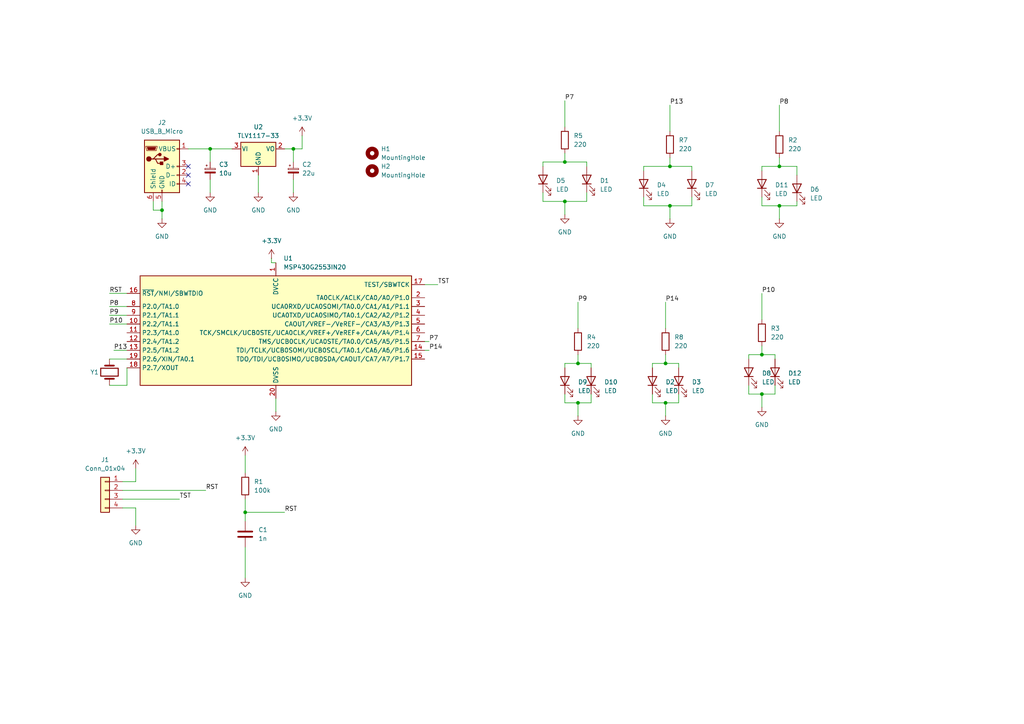
<source format=kicad_sch>
(kicad_sch
	(version 20231120)
	(generator "eeschema")
	(generator_version "8.0")
	(uuid "5bf0b3b0-764f-4ea2-83db-ba5832cea5c4")
	(paper "A4")
	(lib_symbols
		(symbol "Connector:USB_B_Micro"
			(pin_names
				(offset 1.016)
			)
			(exclude_from_sim no)
			(in_bom yes)
			(on_board yes)
			(property "Reference" "J"
				(at -5.08 11.43 0)
				(effects
					(font
						(size 1.27 1.27)
					)
					(justify left)
				)
			)
			(property "Value" "USB_B_Micro"
				(at -5.08 8.89 0)
				(effects
					(font
						(size 1.27 1.27)
					)
					(justify left)
				)
			)
			(property "Footprint" ""
				(at 3.81 -1.27 0)
				(effects
					(font
						(size 1.27 1.27)
					)
					(hide yes)
				)
			)
			(property "Datasheet" "~"
				(at 3.81 -1.27 0)
				(effects
					(font
						(size 1.27 1.27)
					)
					(hide yes)
				)
			)
			(property "Description" "USB Micro Type B connector"
				(at 0 0 0)
				(effects
					(font
						(size 1.27 1.27)
					)
					(hide yes)
				)
			)
			(property "ki_keywords" "connector USB micro"
				(at 0 0 0)
				(effects
					(font
						(size 1.27 1.27)
					)
					(hide yes)
				)
			)
			(property "ki_fp_filters" "USB*"
				(at 0 0 0)
				(effects
					(font
						(size 1.27 1.27)
					)
					(hide yes)
				)
			)
			(symbol "USB_B_Micro_0_1"
				(rectangle
					(start -5.08 -7.62)
					(end 5.08 7.62)
					(stroke
						(width 0.254)
						(type default)
					)
					(fill
						(type background)
					)
				)
				(circle
					(center -3.81 2.159)
					(radius 0.635)
					(stroke
						(width 0.254)
						(type default)
					)
					(fill
						(type outline)
					)
				)
				(circle
					(center -0.635 3.429)
					(radius 0.381)
					(stroke
						(width 0.254)
						(type default)
					)
					(fill
						(type outline)
					)
				)
				(rectangle
					(start -0.127 -7.62)
					(end 0.127 -6.858)
					(stroke
						(width 0)
						(type default)
					)
					(fill
						(type none)
					)
				)
				(polyline
					(pts
						(xy -1.905 2.159) (xy 0.635 2.159)
					)
					(stroke
						(width 0.254)
						(type default)
					)
					(fill
						(type none)
					)
				)
				(polyline
					(pts
						(xy -3.175 2.159) (xy -2.54 2.159) (xy -1.27 3.429) (xy -0.635 3.429)
					)
					(stroke
						(width 0.254)
						(type default)
					)
					(fill
						(type none)
					)
				)
				(polyline
					(pts
						(xy -2.54 2.159) (xy -1.905 2.159) (xy -1.27 0.889) (xy 0 0.889)
					)
					(stroke
						(width 0.254)
						(type default)
					)
					(fill
						(type none)
					)
				)
				(polyline
					(pts
						(xy 0.635 2.794) (xy 0.635 1.524) (xy 1.905 2.159) (xy 0.635 2.794)
					)
					(stroke
						(width 0.254)
						(type default)
					)
					(fill
						(type outline)
					)
				)
				(polyline
					(pts
						(xy -4.318 5.588) (xy -1.778 5.588) (xy -2.032 4.826) (xy -4.064 4.826) (xy -4.318 5.588)
					)
					(stroke
						(width 0)
						(type default)
					)
					(fill
						(type outline)
					)
				)
				(polyline
					(pts
						(xy -4.699 5.842) (xy -4.699 5.588) (xy -4.445 4.826) (xy -4.445 4.572) (xy -1.651 4.572) (xy -1.651 4.826)
						(xy -1.397 5.588) (xy -1.397 5.842) (xy -4.699 5.842)
					)
					(stroke
						(width 0)
						(type default)
					)
					(fill
						(type none)
					)
				)
				(rectangle
					(start 0.254 1.27)
					(end -0.508 0.508)
					(stroke
						(width 0.254)
						(type default)
					)
					(fill
						(type outline)
					)
				)
				(rectangle
					(start 5.08 -5.207)
					(end 4.318 -4.953)
					(stroke
						(width 0)
						(type default)
					)
					(fill
						(type none)
					)
				)
				(rectangle
					(start 5.08 -2.667)
					(end 4.318 -2.413)
					(stroke
						(width 0)
						(type default)
					)
					(fill
						(type none)
					)
				)
				(rectangle
					(start 5.08 -0.127)
					(end 4.318 0.127)
					(stroke
						(width 0)
						(type default)
					)
					(fill
						(type none)
					)
				)
				(rectangle
					(start 5.08 4.953)
					(end 4.318 5.207)
					(stroke
						(width 0)
						(type default)
					)
					(fill
						(type none)
					)
				)
			)
			(symbol "USB_B_Micro_1_1"
				(pin power_out line
					(at 7.62 5.08 180)
					(length 2.54)
					(name "VBUS"
						(effects
							(font
								(size 1.27 1.27)
							)
						)
					)
					(number "1"
						(effects
							(font
								(size 1.27 1.27)
							)
						)
					)
				)
				(pin bidirectional line
					(at 7.62 -2.54 180)
					(length 2.54)
					(name "D-"
						(effects
							(font
								(size 1.27 1.27)
							)
						)
					)
					(number "2"
						(effects
							(font
								(size 1.27 1.27)
							)
						)
					)
				)
				(pin bidirectional line
					(at 7.62 0 180)
					(length 2.54)
					(name "D+"
						(effects
							(font
								(size 1.27 1.27)
							)
						)
					)
					(number "3"
						(effects
							(font
								(size 1.27 1.27)
							)
						)
					)
				)
				(pin passive line
					(at 7.62 -5.08 180)
					(length 2.54)
					(name "ID"
						(effects
							(font
								(size 1.27 1.27)
							)
						)
					)
					(number "4"
						(effects
							(font
								(size 1.27 1.27)
							)
						)
					)
				)
				(pin power_out line
					(at 0 -10.16 90)
					(length 2.54)
					(name "GND"
						(effects
							(font
								(size 1.27 1.27)
							)
						)
					)
					(number "5"
						(effects
							(font
								(size 1.27 1.27)
							)
						)
					)
				)
				(pin passive line
					(at -2.54 -10.16 90)
					(length 2.54)
					(name "Shield"
						(effects
							(font
								(size 1.27 1.27)
							)
						)
					)
					(number "6"
						(effects
							(font
								(size 1.27 1.27)
							)
						)
					)
				)
			)
		)
		(symbol "Connector_Generic:Conn_01x04"
			(pin_names
				(offset 1.016) hide)
			(exclude_from_sim no)
			(in_bom yes)
			(on_board yes)
			(property "Reference" "J"
				(at 0 5.08 0)
				(effects
					(font
						(size 1.27 1.27)
					)
				)
			)
			(property "Value" "Conn_01x04"
				(at 0 -7.62 0)
				(effects
					(font
						(size 1.27 1.27)
					)
				)
			)
			(property "Footprint" ""
				(at 0 0 0)
				(effects
					(font
						(size 1.27 1.27)
					)
					(hide yes)
				)
			)
			(property "Datasheet" "~"
				(at 0 0 0)
				(effects
					(font
						(size 1.27 1.27)
					)
					(hide yes)
				)
			)
			(property "Description" "Generic connector, single row, 01x04, script generated (kicad-library-utils/schlib/autogen/connector/)"
				(at 0 0 0)
				(effects
					(font
						(size 1.27 1.27)
					)
					(hide yes)
				)
			)
			(property "ki_keywords" "connector"
				(at 0 0 0)
				(effects
					(font
						(size 1.27 1.27)
					)
					(hide yes)
				)
			)
			(property "ki_fp_filters" "Connector*:*_1x??_*"
				(at 0 0 0)
				(effects
					(font
						(size 1.27 1.27)
					)
					(hide yes)
				)
			)
			(symbol "Conn_01x04_1_1"
				(rectangle
					(start -1.27 -4.953)
					(end 0 -5.207)
					(stroke
						(width 0.1524)
						(type default)
					)
					(fill
						(type none)
					)
				)
				(rectangle
					(start -1.27 -2.413)
					(end 0 -2.667)
					(stroke
						(width 0.1524)
						(type default)
					)
					(fill
						(type none)
					)
				)
				(rectangle
					(start -1.27 0.127)
					(end 0 -0.127)
					(stroke
						(width 0.1524)
						(type default)
					)
					(fill
						(type none)
					)
				)
				(rectangle
					(start -1.27 2.667)
					(end 0 2.413)
					(stroke
						(width 0.1524)
						(type default)
					)
					(fill
						(type none)
					)
				)
				(rectangle
					(start -1.27 3.81)
					(end 1.27 -6.35)
					(stroke
						(width 0.254)
						(type default)
					)
					(fill
						(type background)
					)
				)
				(pin passive line
					(at -5.08 2.54 0)
					(length 3.81)
					(name "Pin_1"
						(effects
							(font
								(size 1.27 1.27)
							)
						)
					)
					(number "1"
						(effects
							(font
								(size 1.27 1.27)
							)
						)
					)
				)
				(pin passive line
					(at -5.08 0 0)
					(length 3.81)
					(name "Pin_2"
						(effects
							(font
								(size 1.27 1.27)
							)
						)
					)
					(number "2"
						(effects
							(font
								(size 1.27 1.27)
							)
						)
					)
				)
				(pin passive line
					(at -5.08 -2.54 0)
					(length 3.81)
					(name "Pin_3"
						(effects
							(font
								(size 1.27 1.27)
							)
						)
					)
					(number "3"
						(effects
							(font
								(size 1.27 1.27)
							)
						)
					)
				)
				(pin passive line
					(at -5.08 -5.08 0)
					(length 3.81)
					(name "Pin_4"
						(effects
							(font
								(size 1.27 1.27)
							)
						)
					)
					(number "4"
						(effects
							(font
								(size 1.27 1.27)
							)
						)
					)
				)
			)
		)
		(symbol "Device:C"
			(pin_numbers hide)
			(pin_names
				(offset 0.254)
			)
			(exclude_from_sim no)
			(in_bom yes)
			(on_board yes)
			(property "Reference" "C"
				(at 0.635 2.54 0)
				(effects
					(font
						(size 1.27 1.27)
					)
					(justify left)
				)
			)
			(property "Value" "C"
				(at 0.635 -2.54 0)
				(effects
					(font
						(size 1.27 1.27)
					)
					(justify left)
				)
			)
			(property "Footprint" ""
				(at 0.9652 -3.81 0)
				(effects
					(font
						(size 1.27 1.27)
					)
					(hide yes)
				)
			)
			(property "Datasheet" "~"
				(at 0 0 0)
				(effects
					(font
						(size 1.27 1.27)
					)
					(hide yes)
				)
			)
			(property "Description" "Unpolarized capacitor"
				(at 0 0 0)
				(effects
					(font
						(size 1.27 1.27)
					)
					(hide yes)
				)
			)
			(property "ki_keywords" "cap capacitor"
				(at 0 0 0)
				(effects
					(font
						(size 1.27 1.27)
					)
					(hide yes)
				)
			)
			(property "ki_fp_filters" "C_*"
				(at 0 0 0)
				(effects
					(font
						(size 1.27 1.27)
					)
					(hide yes)
				)
			)
			(symbol "C_0_1"
				(polyline
					(pts
						(xy -2.032 -0.762) (xy 2.032 -0.762)
					)
					(stroke
						(width 0.508)
						(type default)
					)
					(fill
						(type none)
					)
				)
				(polyline
					(pts
						(xy -2.032 0.762) (xy 2.032 0.762)
					)
					(stroke
						(width 0.508)
						(type default)
					)
					(fill
						(type none)
					)
				)
			)
			(symbol "C_1_1"
				(pin passive line
					(at 0 3.81 270)
					(length 2.794)
					(name "~"
						(effects
							(font
								(size 1.27 1.27)
							)
						)
					)
					(number "1"
						(effects
							(font
								(size 1.27 1.27)
							)
						)
					)
				)
				(pin passive line
					(at 0 -3.81 90)
					(length 2.794)
					(name "~"
						(effects
							(font
								(size 1.27 1.27)
							)
						)
					)
					(number "2"
						(effects
							(font
								(size 1.27 1.27)
							)
						)
					)
				)
			)
		)
		(symbol "Device:C_Polarized_Small"
			(pin_numbers hide)
			(pin_names
				(offset 0.254) hide)
			(exclude_from_sim no)
			(in_bom yes)
			(on_board yes)
			(property "Reference" "C"
				(at 0.254 1.778 0)
				(effects
					(font
						(size 1.27 1.27)
					)
					(justify left)
				)
			)
			(property "Value" "C_Polarized_Small"
				(at 0.254 -2.032 0)
				(effects
					(font
						(size 1.27 1.27)
					)
					(justify left)
				)
			)
			(property "Footprint" ""
				(at 0 0 0)
				(effects
					(font
						(size 1.27 1.27)
					)
					(hide yes)
				)
			)
			(property "Datasheet" "~"
				(at 0 0 0)
				(effects
					(font
						(size 1.27 1.27)
					)
					(hide yes)
				)
			)
			(property "Description" "Polarized capacitor, small symbol"
				(at 0 0 0)
				(effects
					(font
						(size 1.27 1.27)
					)
					(hide yes)
				)
			)
			(property "ki_keywords" "cap capacitor"
				(at 0 0 0)
				(effects
					(font
						(size 1.27 1.27)
					)
					(hide yes)
				)
			)
			(property "ki_fp_filters" "CP_*"
				(at 0 0 0)
				(effects
					(font
						(size 1.27 1.27)
					)
					(hide yes)
				)
			)
			(symbol "C_Polarized_Small_0_1"
				(rectangle
					(start -1.524 -0.3048)
					(end 1.524 -0.6858)
					(stroke
						(width 0)
						(type default)
					)
					(fill
						(type outline)
					)
				)
				(rectangle
					(start -1.524 0.6858)
					(end 1.524 0.3048)
					(stroke
						(width 0)
						(type default)
					)
					(fill
						(type none)
					)
				)
				(polyline
					(pts
						(xy -1.27 1.524) (xy -0.762 1.524)
					)
					(stroke
						(width 0)
						(type default)
					)
					(fill
						(type none)
					)
				)
				(polyline
					(pts
						(xy -1.016 1.27) (xy -1.016 1.778)
					)
					(stroke
						(width 0)
						(type default)
					)
					(fill
						(type none)
					)
				)
			)
			(symbol "C_Polarized_Small_1_1"
				(pin passive line
					(at 0 2.54 270)
					(length 1.8542)
					(name "~"
						(effects
							(font
								(size 1.27 1.27)
							)
						)
					)
					(number "1"
						(effects
							(font
								(size 1.27 1.27)
							)
						)
					)
				)
				(pin passive line
					(at 0 -2.54 90)
					(length 1.8542)
					(name "~"
						(effects
							(font
								(size 1.27 1.27)
							)
						)
					)
					(number "2"
						(effects
							(font
								(size 1.27 1.27)
							)
						)
					)
				)
			)
		)
		(symbol "Device:Crystal"
			(pin_numbers hide)
			(pin_names
				(offset 1.016) hide)
			(exclude_from_sim no)
			(in_bom yes)
			(on_board yes)
			(property "Reference" "Y"
				(at 0 3.81 0)
				(effects
					(font
						(size 1.27 1.27)
					)
				)
			)
			(property "Value" "Crystal"
				(at 0 -3.81 0)
				(effects
					(font
						(size 1.27 1.27)
					)
				)
			)
			(property "Footprint" ""
				(at 0 0 0)
				(effects
					(font
						(size 1.27 1.27)
					)
					(hide yes)
				)
			)
			(property "Datasheet" "~"
				(at 0 0 0)
				(effects
					(font
						(size 1.27 1.27)
					)
					(hide yes)
				)
			)
			(property "Description" "Two pin crystal"
				(at 0 0 0)
				(effects
					(font
						(size 1.27 1.27)
					)
					(hide yes)
				)
			)
			(property "ki_keywords" "quartz ceramic resonator oscillator"
				(at 0 0 0)
				(effects
					(font
						(size 1.27 1.27)
					)
					(hide yes)
				)
			)
			(property "ki_fp_filters" "Crystal*"
				(at 0 0 0)
				(effects
					(font
						(size 1.27 1.27)
					)
					(hide yes)
				)
			)
			(symbol "Crystal_0_1"
				(rectangle
					(start -1.143 2.54)
					(end 1.143 -2.54)
					(stroke
						(width 0.3048)
						(type default)
					)
					(fill
						(type none)
					)
				)
				(polyline
					(pts
						(xy -2.54 0) (xy -1.905 0)
					)
					(stroke
						(width 0)
						(type default)
					)
					(fill
						(type none)
					)
				)
				(polyline
					(pts
						(xy -1.905 -1.27) (xy -1.905 1.27)
					)
					(stroke
						(width 0.508)
						(type default)
					)
					(fill
						(type none)
					)
				)
				(polyline
					(pts
						(xy 1.905 -1.27) (xy 1.905 1.27)
					)
					(stroke
						(width 0.508)
						(type default)
					)
					(fill
						(type none)
					)
				)
				(polyline
					(pts
						(xy 2.54 0) (xy 1.905 0)
					)
					(stroke
						(width 0)
						(type default)
					)
					(fill
						(type none)
					)
				)
			)
			(symbol "Crystal_1_1"
				(pin passive line
					(at -3.81 0 0)
					(length 1.27)
					(name "1"
						(effects
							(font
								(size 1.27 1.27)
							)
						)
					)
					(number "1"
						(effects
							(font
								(size 1.27 1.27)
							)
						)
					)
				)
				(pin passive line
					(at 3.81 0 180)
					(length 1.27)
					(name "2"
						(effects
							(font
								(size 1.27 1.27)
							)
						)
					)
					(number "2"
						(effects
							(font
								(size 1.27 1.27)
							)
						)
					)
				)
			)
		)
		(symbol "Device:LED"
			(pin_numbers hide)
			(pin_names
				(offset 1.016) hide)
			(exclude_from_sim no)
			(in_bom yes)
			(on_board yes)
			(property "Reference" "D"
				(at 0 2.54 0)
				(effects
					(font
						(size 1.27 1.27)
					)
				)
			)
			(property "Value" "LED"
				(at 0 -2.54 0)
				(effects
					(font
						(size 1.27 1.27)
					)
				)
			)
			(property "Footprint" ""
				(at 0 0 0)
				(effects
					(font
						(size 1.27 1.27)
					)
					(hide yes)
				)
			)
			(property "Datasheet" "~"
				(at 0 0 0)
				(effects
					(font
						(size 1.27 1.27)
					)
					(hide yes)
				)
			)
			(property "Description" "Light emitting diode"
				(at 0 0 0)
				(effects
					(font
						(size 1.27 1.27)
					)
					(hide yes)
				)
			)
			(property "ki_keywords" "LED diode"
				(at 0 0 0)
				(effects
					(font
						(size 1.27 1.27)
					)
					(hide yes)
				)
			)
			(property "ki_fp_filters" "LED* LED_SMD:* LED_THT:*"
				(at 0 0 0)
				(effects
					(font
						(size 1.27 1.27)
					)
					(hide yes)
				)
			)
			(symbol "LED_0_1"
				(polyline
					(pts
						(xy -1.27 -1.27) (xy -1.27 1.27)
					)
					(stroke
						(width 0.254)
						(type default)
					)
					(fill
						(type none)
					)
				)
				(polyline
					(pts
						(xy -1.27 0) (xy 1.27 0)
					)
					(stroke
						(width 0)
						(type default)
					)
					(fill
						(type none)
					)
				)
				(polyline
					(pts
						(xy 1.27 -1.27) (xy 1.27 1.27) (xy -1.27 0) (xy 1.27 -1.27)
					)
					(stroke
						(width 0.254)
						(type default)
					)
					(fill
						(type none)
					)
				)
				(polyline
					(pts
						(xy -3.048 -0.762) (xy -4.572 -2.286) (xy -3.81 -2.286) (xy -4.572 -2.286) (xy -4.572 -1.524)
					)
					(stroke
						(width 0)
						(type default)
					)
					(fill
						(type none)
					)
				)
				(polyline
					(pts
						(xy -1.778 -0.762) (xy -3.302 -2.286) (xy -2.54 -2.286) (xy -3.302 -2.286) (xy -3.302 -1.524)
					)
					(stroke
						(width 0)
						(type default)
					)
					(fill
						(type none)
					)
				)
			)
			(symbol "LED_1_1"
				(pin passive line
					(at -3.81 0 0)
					(length 2.54)
					(name "K"
						(effects
							(font
								(size 1.27 1.27)
							)
						)
					)
					(number "1"
						(effects
							(font
								(size 1.27 1.27)
							)
						)
					)
				)
				(pin passive line
					(at 3.81 0 180)
					(length 2.54)
					(name "A"
						(effects
							(font
								(size 1.27 1.27)
							)
						)
					)
					(number "2"
						(effects
							(font
								(size 1.27 1.27)
							)
						)
					)
				)
			)
		)
		(symbol "Device:R"
			(pin_numbers hide)
			(pin_names
				(offset 0)
			)
			(exclude_from_sim no)
			(in_bom yes)
			(on_board yes)
			(property "Reference" "R"
				(at 2.032 0 90)
				(effects
					(font
						(size 1.27 1.27)
					)
				)
			)
			(property "Value" "R"
				(at 0 0 90)
				(effects
					(font
						(size 1.27 1.27)
					)
				)
			)
			(property "Footprint" ""
				(at -1.778 0 90)
				(effects
					(font
						(size 1.27 1.27)
					)
					(hide yes)
				)
			)
			(property "Datasheet" "~"
				(at 0 0 0)
				(effects
					(font
						(size 1.27 1.27)
					)
					(hide yes)
				)
			)
			(property "Description" "Resistor"
				(at 0 0 0)
				(effects
					(font
						(size 1.27 1.27)
					)
					(hide yes)
				)
			)
			(property "ki_keywords" "R res resistor"
				(at 0 0 0)
				(effects
					(font
						(size 1.27 1.27)
					)
					(hide yes)
				)
			)
			(property "ki_fp_filters" "R_*"
				(at 0 0 0)
				(effects
					(font
						(size 1.27 1.27)
					)
					(hide yes)
				)
			)
			(symbol "R_0_1"
				(rectangle
					(start -1.016 -2.54)
					(end 1.016 2.54)
					(stroke
						(width 0.254)
						(type default)
					)
					(fill
						(type none)
					)
				)
			)
			(symbol "R_1_1"
				(pin passive line
					(at 0 3.81 270)
					(length 1.27)
					(name "~"
						(effects
							(font
								(size 1.27 1.27)
							)
						)
					)
					(number "1"
						(effects
							(font
								(size 1.27 1.27)
							)
						)
					)
				)
				(pin passive line
					(at 0 -3.81 90)
					(length 1.27)
					(name "~"
						(effects
							(font
								(size 1.27 1.27)
							)
						)
					)
					(number "2"
						(effects
							(font
								(size 1.27 1.27)
							)
						)
					)
				)
			)
		)
		(symbol "MCU_Texas_MSP430:MSP430G2553IN20"
			(exclude_from_sim no)
			(in_bom yes)
			(on_board yes)
			(property "Reference" "U"
				(at -38.1 17.78 0)
				(effects
					(font
						(size 1.27 1.27)
					)
				)
			)
			(property "Value" "MSP430G2553IN20"
				(at 31.75 -16.51 0)
				(effects
					(font
						(size 1.27 1.27)
					)
				)
			)
			(property "Footprint" "Package_DIP:DIP-20_W7.62mm"
				(at -36.83 -13.97 0)
				(effects
					(font
						(size 1.27 1.27)
						(italic yes)
					)
					(hide yes)
				)
			)
			(property "Datasheet" "http://www.ti.com/lit/ds/symlink/msp430g2553.pdf"
				(at -1.27 0 0)
				(effects
					(font
						(size 1.27 1.27)
					)
					(hide yes)
				)
			)
			(property "Description" "16kB Flash, 512B RAM, DIP-20"
				(at 0 0 0)
				(effects
					(font
						(size 1.27 1.27)
					)
					(hide yes)
				)
			)
			(property "ki_keywords" "TI MSP430 16-bit mixed signal microcontroller"
				(at 0 0 0)
				(effects
					(font
						(size 1.27 1.27)
					)
					(hide yes)
				)
			)
			(property "ki_fp_filters" "DIP*W7.62mm*"
				(at 0 0 0)
				(effects
					(font
						(size 1.27 1.27)
					)
					(hide yes)
				)
			)
			(symbol "MSP430G2553IN20_0_1"
				(rectangle
					(start -39.37 16.51)
					(end 39.37 -15.24)
					(stroke
						(width 0.254)
						(type default)
					)
					(fill
						(type background)
					)
				)
			)
			(symbol "MSP430G2553IN20_1_1"
				(pin power_in line
					(at 0 20.32 270)
					(length 3.81)
					(name "DVCC"
						(effects
							(font
								(size 1.27 1.27)
							)
						)
					)
					(number "1"
						(effects
							(font
								(size 1.27 1.27)
							)
						)
					)
				)
				(pin bidirectional line
					(at -43.18 2.54 0)
					(length 3.81)
					(name "P2.2/TA1.1"
						(effects
							(font
								(size 1.27 1.27)
							)
						)
					)
					(number "10"
						(effects
							(font
								(size 1.27 1.27)
							)
						)
					)
				)
				(pin bidirectional line
					(at -43.18 0 0)
					(length 3.81)
					(name "P2.3/TA1.0"
						(effects
							(font
								(size 1.27 1.27)
							)
						)
					)
					(number "11"
						(effects
							(font
								(size 1.27 1.27)
							)
						)
					)
				)
				(pin bidirectional line
					(at -43.18 -2.54 0)
					(length 3.81)
					(name "P2.4/TA1.2"
						(effects
							(font
								(size 1.27 1.27)
							)
						)
					)
					(number "12"
						(effects
							(font
								(size 1.27 1.27)
							)
						)
					)
				)
				(pin bidirectional line
					(at -43.18 -5.08 0)
					(length 3.81)
					(name "P2.5/TA1.2"
						(effects
							(font
								(size 1.27 1.27)
							)
						)
					)
					(number "13"
						(effects
							(font
								(size 1.27 1.27)
							)
						)
					)
				)
				(pin bidirectional line
					(at 43.18 -5.08 180)
					(length 3.81)
					(name "TDI/TCLK/UCB0SOMI/UCB0SCL/TA0.1/CA6/A6/P1.6"
						(effects
							(font
								(size 1.27 1.27)
							)
						)
					)
					(number "14"
						(effects
							(font
								(size 1.27 1.27)
							)
						)
					)
				)
				(pin bidirectional line
					(at 43.18 -7.62 180)
					(length 3.81)
					(name "TDO/TDI/UCB0SIMO/UCB0SDA/CAOUT/CA7/A7/P1.7"
						(effects
							(font
								(size 1.27 1.27)
							)
						)
					)
					(number "15"
						(effects
							(font
								(size 1.27 1.27)
							)
						)
					)
				)
				(pin input line
					(at -43.18 11.43 0)
					(length 3.81)
					(name "~{RST}/NMI/SBWTDIO"
						(effects
							(font
								(size 1.27 1.27)
							)
						)
					)
					(number "16"
						(effects
							(font
								(size 1.27 1.27)
							)
						)
					)
				)
				(pin input line
					(at 43.18 13.97 180)
					(length 3.81)
					(name "TEST/SBWTCK"
						(effects
							(font
								(size 1.27 1.27)
							)
						)
					)
					(number "17"
						(effects
							(font
								(size 1.27 1.27)
							)
						)
					)
				)
				(pin bidirectional line
					(at -43.18 -10.16 0)
					(length 3.81)
					(name "P2.7/XOUT"
						(effects
							(font
								(size 1.27 1.27)
							)
						)
					)
					(number "18"
						(effects
							(font
								(size 1.27 1.27)
							)
						)
					)
				)
				(pin bidirectional line
					(at -43.18 -7.62 0)
					(length 3.81)
					(name "P2.6/XIN/TA0.1"
						(effects
							(font
								(size 1.27 1.27)
							)
						)
					)
					(number "19"
						(effects
							(font
								(size 1.27 1.27)
							)
						)
					)
				)
				(pin bidirectional line
					(at 43.18 10.16 180)
					(length 3.81)
					(name "TA0CLK/ACLK/CA0/A0/P1.0"
						(effects
							(font
								(size 1.27 1.27)
							)
						)
					)
					(number "2"
						(effects
							(font
								(size 1.27 1.27)
							)
						)
					)
				)
				(pin power_in line
					(at 0 -19.05 90)
					(length 3.81)
					(name "DVSS"
						(effects
							(font
								(size 1.27 1.27)
							)
						)
					)
					(number "20"
						(effects
							(font
								(size 1.27 1.27)
							)
						)
					)
				)
				(pin bidirectional line
					(at 43.18 7.62 180)
					(length 3.81)
					(name "UCA0RXD/UCA0SOMI/TA0.0/CA1/A1/P1.1"
						(effects
							(font
								(size 1.27 1.27)
							)
						)
					)
					(number "3"
						(effects
							(font
								(size 1.27 1.27)
							)
						)
					)
				)
				(pin bidirectional line
					(at 43.18 5.08 180)
					(length 3.81)
					(name "UCA0TXD/UCA0SIMO/TA0.1/CA2/A2/P1.2"
						(effects
							(font
								(size 1.27 1.27)
							)
						)
					)
					(number "4"
						(effects
							(font
								(size 1.27 1.27)
							)
						)
					)
				)
				(pin bidirectional line
					(at 43.18 2.54 180)
					(length 3.81)
					(name "CAOUT/VREF-/VeREF-/CA3/A3/P1.3"
						(effects
							(font
								(size 1.27 1.27)
							)
						)
					)
					(number "5"
						(effects
							(font
								(size 1.27 1.27)
							)
						)
					)
				)
				(pin bidirectional line
					(at 43.18 0 180)
					(length 3.81)
					(name "TCK/SMCLK/UCB0STE/UCA0CLK/VREF+/VeREF+/CA4/A4/P1.4"
						(effects
							(font
								(size 1.27 1.27)
							)
						)
					)
					(number "6"
						(effects
							(font
								(size 1.27 1.27)
							)
						)
					)
				)
				(pin bidirectional line
					(at 43.18 -2.54 180)
					(length 3.81)
					(name "TMS/UCB0CLK/UCA0STE/TA0.0/CA5/A5/P1.5"
						(effects
							(font
								(size 1.27 1.27)
							)
						)
					)
					(number "7"
						(effects
							(font
								(size 1.27 1.27)
							)
						)
					)
				)
				(pin bidirectional line
					(at -43.18 7.62 0)
					(length 3.81)
					(name "P2.0/TA1.0"
						(effects
							(font
								(size 1.27 1.27)
							)
						)
					)
					(number "8"
						(effects
							(font
								(size 1.27 1.27)
							)
						)
					)
				)
				(pin bidirectional line
					(at -43.18 5.08 0)
					(length 3.81)
					(name "P2.1/TA1.1"
						(effects
							(font
								(size 1.27 1.27)
							)
						)
					)
					(number "9"
						(effects
							(font
								(size 1.27 1.27)
							)
						)
					)
				)
			)
		)
		(symbol "Mechanical:MountingHole"
			(pin_names
				(offset 1.016)
			)
			(exclude_from_sim yes)
			(in_bom no)
			(on_board yes)
			(property "Reference" "H"
				(at 0 5.08 0)
				(effects
					(font
						(size 1.27 1.27)
					)
				)
			)
			(property "Value" "MountingHole"
				(at 0 3.175 0)
				(effects
					(font
						(size 1.27 1.27)
					)
				)
			)
			(property "Footprint" ""
				(at 0 0 0)
				(effects
					(font
						(size 1.27 1.27)
					)
					(hide yes)
				)
			)
			(property "Datasheet" "~"
				(at 0 0 0)
				(effects
					(font
						(size 1.27 1.27)
					)
					(hide yes)
				)
			)
			(property "Description" "Mounting Hole without connection"
				(at 0 0 0)
				(effects
					(font
						(size 1.27 1.27)
					)
					(hide yes)
				)
			)
			(property "ki_keywords" "mounting hole"
				(at 0 0 0)
				(effects
					(font
						(size 1.27 1.27)
					)
					(hide yes)
				)
			)
			(property "ki_fp_filters" "MountingHole*"
				(at 0 0 0)
				(effects
					(font
						(size 1.27 1.27)
					)
					(hide yes)
				)
			)
			(symbol "MountingHole_0_1"
				(circle
					(center 0 0)
					(radius 1.27)
					(stroke
						(width 1.27)
						(type default)
					)
					(fill
						(type none)
					)
				)
			)
		)
		(symbol "Regulator_Linear:TLV1117-33"
			(pin_names
				(offset 0.254)
			)
			(exclude_from_sim no)
			(in_bom yes)
			(on_board yes)
			(property "Reference" "U"
				(at -3.81 3.175 0)
				(effects
					(font
						(size 1.27 1.27)
					)
				)
			)
			(property "Value" "TLV1117-33"
				(at 0 3.175 0)
				(effects
					(font
						(size 1.27 1.27)
					)
					(justify left)
				)
			)
			(property "Footprint" ""
				(at 0 0 0)
				(effects
					(font
						(size 1.27 1.27)
					)
					(hide yes)
				)
			)
			(property "Datasheet" "http://www.ti.com/lit/ds/symlink/tlv1117.pdf"
				(at 0 0 0)
				(effects
					(font
						(size 1.27 1.27)
					)
					(hide yes)
				)
			)
			(property "Description" "800mA Low-Dropout Linear Regulator, 3.3V fixed output, TO-220/TO-252/TO-263/SOT-223"
				(at 0 0 0)
				(effects
					(font
						(size 1.27 1.27)
					)
					(hide yes)
				)
			)
			(property "ki_keywords" "linear regulator ldo fixed positive"
				(at 0 0 0)
				(effects
					(font
						(size 1.27 1.27)
					)
					(hide yes)
				)
			)
			(property "ki_fp_filters" "SOT?223* TO?263* TO?252* TO?220*"
				(at 0 0 0)
				(effects
					(font
						(size 1.27 1.27)
					)
					(hide yes)
				)
			)
			(symbol "TLV1117-33_0_1"
				(rectangle
					(start -5.08 -5.08)
					(end 5.08 1.905)
					(stroke
						(width 0.254)
						(type default)
					)
					(fill
						(type background)
					)
				)
			)
			(symbol "TLV1117-33_1_1"
				(pin power_in line
					(at 0 -7.62 90)
					(length 2.54)
					(name "GND"
						(effects
							(font
								(size 1.27 1.27)
							)
						)
					)
					(number "1"
						(effects
							(font
								(size 1.27 1.27)
							)
						)
					)
				)
				(pin power_out line
					(at 7.62 0 180)
					(length 2.54)
					(name "VO"
						(effects
							(font
								(size 1.27 1.27)
							)
						)
					)
					(number "2"
						(effects
							(font
								(size 1.27 1.27)
							)
						)
					)
				)
				(pin power_in line
					(at -7.62 0 0)
					(length 2.54)
					(name "VI"
						(effects
							(font
								(size 1.27 1.27)
							)
						)
					)
					(number "3"
						(effects
							(font
								(size 1.27 1.27)
							)
						)
					)
				)
			)
		)
		(symbol "power:+3.3V"
			(power)
			(pin_numbers hide)
			(pin_names
				(offset 0) hide)
			(exclude_from_sim no)
			(in_bom yes)
			(on_board yes)
			(property "Reference" "#PWR"
				(at 0 -3.81 0)
				(effects
					(font
						(size 1.27 1.27)
					)
					(hide yes)
				)
			)
			(property "Value" "+3.3V"
				(at 0 3.556 0)
				(effects
					(font
						(size 1.27 1.27)
					)
				)
			)
			(property "Footprint" ""
				(at 0 0 0)
				(effects
					(font
						(size 1.27 1.27)
					)
					(hide yes)
				)
			)
			(property "Datasheet" ""
				(at 0 0 0)
				(effects
					(font
						(size 1.27 1.27)
					)
					(hide yes)
				)
			)
			(property "Description" "Power symbol creates a global label with name \"+3.3V\""
				(at 0 0 0)
				(effects
					(font
						(size 1.27 1.27)
					)
					(hide yes)
				)
			)
			(property "ki_keywords" "global power"
				(at 0 0 0)
				(effects
					(font
						(size 1.27 1.27)
					)
					(hide yes)
				)
			)
			(symbol "+3.3V_0_1"
				(polyline
					(pts
						(xy -0.762 1.27) (xy 0 2.54)
					)
					(stroke
						(width 0)
						(type default)
					)
					(fill
						(type none)
					)
				)
				(polyline
					(pts
						(xy 0 0) (xy 0 2.54)
					)
					(stroke
						(width 0)
						(type default)
					)
					(fill
						(type none)
					)
				)
				(polyline
					(pts
						(xy 0 2.54) (xy 0.762 1.27)
					)
					(stroke
						(width 0)
						(type default)
					)
					(fill
						(type none)
					)
				)
			)
			(symbol "+3.3V_1_1"
				(pin power_in line
					(at 0 0 90)
					(length 0)
					(name "~"
						(effects
							(font
								(size 1.27 1.27)
							)
						)
					)
					(number "1"
						(effects
							(font
								(size 1.27 1.27)
							)
						)
					)
				)
			)
		)
		(symbol "power:GND"
			(power)
			(pin_numbers hide)
			(pin_names
				(offset 0) hide)
			(exclude_from_sim no)
			(in_bom yes)
			(on_board yes)
			(property "Reference" "#PWR"
				(at 0 -6.35 0)
				(effects
					(font
						(size 1.27 1.27)
					)
					(hide yes)
				)
			)
			(property "Value" "GND"
				(at 0 -3.81 0)
				(effects
					(font
						(size 1.27 1.27)
					)
				)
			)
			(property "Footprint" ""
				(at 0 0 0)
				(effects
					(font
						(size 1.27 1.27)
					)
					(hide yes)
				)
			)
			(property "Datasheet" ""
				(at 0 0 0)
				(effects
					(font
						(size 1.27 1.27)
					)
					(hide yes)
				)
			)
			(property "Description" "Power symbol creates a global label with name \"GND\" , ground"
				(at 0 0 0)
				(effects
					(font
						(size 1.27 1.27)
					)
					(hide yes)
				)
			)
			(property "ki_keywords" "global power"
				(at 0 0 0)
				(effects
					(font
						(size 1.27 1.27)
					)
					(hide yes)
				)
			)
			(symbol "GND_0_1"
				(polyline
					(pts
						(xy 0 0) (xy 0 -1.27) (xy 1.27 -1.27) (xy 0 -2.54) (xy -1.27 -1.27) (xy 0 -1.27)
					)
					(stroke
						(width 0)
						(type default)
					)
					(fill
						(type none)
					)
				)
			)
			(symbol "GND_1_1"
				(pin power_in line
					(at 0 0 270)
					(length 0)
					(name "~"
						(effects
							(font
								(size 1.27 1.27)
							)
						)
					)
					(number "1"
						(effects
							(font
								(size 1.27 1.27)
							)
						)
					)
				)
			)
		)
	)
	(junction
		(at 167.64 116.84)
		(diameter 0)
		(color 0 0 0 0)
		(uuid "17974df0-d951-41a7-8b34-5a0fed4def99")
	)
	(junction
		(at 220.98 102.87)
		(diameter 0)
		(color 0 0 0 0)
		(uuid "1848a33c-cecc-48b7-af7a-52a4917c7224")
	)
	(junction
		(at 60.96 43.18)
		(diameter 0)
		(color 0 0 0 0)
		(uuid "264c0dd2-97ee-4787-9b74-4358db0aab8a")
	)
	(junction
		(at 194.31 59.69)
		(diameter 0)
		(color 0 0 0 0)
		(uuid "26566e4b-dcd2-47d2-bb16-f488a96842ab")
	)
	(junction
		(at 71.12 148.59)
		(diameter 0)
		(color 0 0 0 0)
		(uuid "2710c9cd-a8e9-45cf-aa26-3dc3d551a696")
	)
	(junction
		(at 226.06 59.69)
		(diameter 0)
		(color 0 0 0 0)
		(uuid "35074f30-5156-4dca-ab94-459220e39a1c")
	)
	(junction
		(at 193.04 105.41)
		(diameter 0)
		(color 0 0 0 0)
		(uuid "44b13045-c43c-4a42-a64b-7a030ff72ab9")
	)
	(junction
		(at 193.04 116.84)
		(diameter 0)
		(color 0 0 0 0)
		(uuid "58f8ec24-8a6c-4a7c-b4d0-4af77254e40c")
	)
	(junction
		(at 85.09 43.18)
		(diameter 0)
		(color 0 0 0 0)
		(uuid "59e1ae38-7695-43e8-9315-90575dd53ff1")
	)
	(junction
		(at 163.83 58.42)
		(diameter 0)
		(color 0 0 0 0)
		(uuid "6438270e-50c2-4cd0-b3a5-a1111cb4b755")
	)
	(junction
		(at 220.98 114.3)
		(diameter 0)
		(color 0 0 0 0)
		(uuid "6889cf01-cebb-47bb-b392-6922f1feeed3")
	)
	(junction
		(at 163.83 46.99)
		(diameter 0)
		(color 0 0 0 0)
		(uuid "71ffcf72-b5f9-42b8-b6dc-d8ab9f894324")
	)
	(junction
		(at 194.31 48.26)
		(diameter 0)
		(color 0 0 0 0)
		(uuid "8877be84-8b96-41e4-8f1a-be2719a965bf")
	)
	(junction
		(at 167.64 105.41)
		(diameter 0)
		(color 0 0 0 0)
		(uuid "cd5d6c6e-fddd-444b-a50b-337fed9f9f42")
	)
	(junction
		(at 46.99 60.96)
		(diameter 0)
		(color 0 0 0 0)
		(uuid "dc6b8af0-7545-49ac-ba3f-b417d572b327")
	)
	(junction
		(at 226.06 48.26)
		(diameter 0)
		(color 0 0 0 0)
		(uuid "ecdd2dd3-0b4a-4a79-908a-abfb626f6adc")
	)
	(no_connect
		(at 54.61 50.8)
		(uuid "6b1cedd1-61ce-4b71-8e1f-b828935b08c7")
	)
	(no_connect
		(at 54.61 48.26)
		(uuid "8ae7109a-a210-4fa6-b5a4-04947bdadc7f")
	)
	(no_connect
		(at 54.61 53.34)
		(uuid "91b2762c-916d-4074-a49b-e07da5b88939")
	)
	(wire
		(pts
			(xy 196.85 114.3) (xy 196.85 116.84)
		)
		(stroke
			(width 0)
			(type default)
		)
		(uuid "0124a699-f2d3-428b-9144-d455c6b004f4")
	)
	(wire
		(pts
			(xy 231.14 58.42) (xy 231.14 59.69)
		)
		(stroke
			(width 0)
			(type default)
		)
		(uuid "016ed9a6-dafb-4252-945d-20d979bddd82")
	)
	(wire
		(pts
			(xy 31.75 91.44) (xy 36.83 91.44)
		)
		(stroke
			(width 0)
			(type default)
		)
		(uuid "02ea1e3a-ffe5-4e8f-a270-a93cf619ec6f")
	)
	(wire
		(pts
			(xy 31.75 85.09) (xy 36.83 85.09)
		)
		(stroke
			(width 0)
			(type default)
		)
		(uuid "0345b643-de08-44e3-8640-a2b379c1a536")
	)
	(wire
		(pts
			(xy 71.12 144.78) (xy 71.12 148.59)
		)
		(stroke
			(width 0)
			(type default)
		)
		(uuid "04c41658-fb85-496d-9b6c-7e9781954bd3")
	)
	(wire
		(pts
			(xy 200.66 57.15) (xy 200.66 59.69)
		)
		(stroke
			(width 0)
			(type default)
		)
		(uuid "07529e73-bc1f-4192-a763-417d1b01fa2e")
	)
	(wire
		(pts
			(xy 220.98 85.09) (xy 220.98 92.71)
		)
		(stroke
			(width 0)
			(type default)
		)
		(uuid "0e1cb898-4d16-49af-adfe-37aceb4e72dc")
	)
	(wire
		(pts
			(xy 167.64 116.84) (xy 163.83 116.84)
		)
		(stroke
			(width 0)
			(type default)
		)
		(uuid "0e8233e5-50b0-4959-9d7f-8da1e6dbcd38")
	)
	(wire
		(pts
			(xy 194.31 59.69) (xy 194.31 63.5)
		)
		(stroke
			(width 0)
			(type default)
		)
		(uuid "0f9b877d-6573-4949-8d5a-9d8755ec1c2b")
	)
	(wire
		(pts
			(xy 85.09 43.18) (xy 82.55 43.18)
		)
		(stroke
			(width 0)
			(type default)
		)
		(uuid "11099406-4c13-406b-928c-980508515540")
	)
	(wire
		(pts
			(xy 220.98 57.15) (xy 220.98 59.69)
		)
		(stroke
			(width 0)
			(type default)
		)
		(uuid "149d61cb-6018-41a2-9969-75e54cb5d672")
	)
	(wire
		(pts
			(xy 46.99 58.42) (xy 46.99 60.96)
		)
		(stroke
			(width 0)
			(type default)
		)
		(uuid "14dddb04-6d56-46bf-b2a8-3b66b012b3ee")
	)
	(wire
		(pts
			(xy 217.17 104.14) (xy 217.17 102.87)
		)
		(stroke
			(width 0)
			(type default)
		)
		(uuid "1536450a-8799-41ae-9b4b-4bca2280299f")
	)
	(wire
		(pts
			(xy 44.45 58.42) (xy 44.45 60.96)
		)
		(stroke
			(width 0)
			(type default)
		)
		(uuid "15f20838-7745-4721-8b82-237d2c486df3")
	)
	(wire
		(pts
			(xy 85.09 46.99) (xy 85.09 43.18)
		)
		(stroke
			(width 0)
			(type default)
		)
		(uuid "176ec7be-e0c6-40a1-af9c-3a6cd2fad6b6")
	)
	(wire
		(pts
			(xy 33.02 101.6) (xy 36.83 101.6)
		)
		(stroke
			(width 0)
			(type default)
		)
		(uuid "18e01ef7-e1f6-4b1c-ba9a-32882907fcdd")
	)
	(wire
		(pts
			(xy 163.83 106.68) (xy 163.83 105.41)
		)
		(stroke
			(width 0)
			(type default)
		)
		(uuid "1ff4913b-a0d0-49a5-b443-78e05ba8cc19")
	)
	(wire
		(pts
			(xy 189.23 114.3) (xy 189.23 116.84)
		)
		(stroke
			(width 0)
			(type default)
		)
		(uuid "23082db0-7c1a-4ce3-a3c1-e72525a8e701")
	)
	(wire
		(pts
			(xy 71.12 148.59) (xy 82.55 148.59)
		)
		(stroke
			(width 0)
			(type default)
		)
		(uuid "23e488f1-2c1d-43c5-b7e7-4bb369a46c68")
	)
	(wire
		(pts
			(xy 194.31 30.48) (xy 194.31 38.1)
		)
		(stroke
			(width 0)
			(type default)
		)
		(uuid "28c11a01-3028-40e2-8d5e-25c897e52f11")
	)
	(wire
		(pts
			(xy 80.01 76.2) (xy 78.74 76.2)
		)
		(stroke
			(width 0)
			(type default)
		)
		(uuid "2df8aa35-4b24-405e-814a-e7cbe83202fa")
	)
	(wire
		(pts
			(xy 157.48 48.26) (xy 157.48 46.99)
		)
		(stroke
			(width 0)
			(type default)
		)
		(uuid "30a56a30-8b80-4461-9248-781a255faf25")
	)
	(wire
		(pts
			(xy 186.69 48.26) (xy 194.31 48.26)
		)
		(stroke
			(width 0)
			(type default)
		)
		(uuid "30c72ba4-1c31-434a-9c43-b634f4bdc920")
	)
	(wire
		(pts
			(xy 196.85 105.41) (xy 196.85 106.68)
		)
		(stroke
			(width 0)
			(type default)
		)
		(uuid "31132b71-d3f6-4097-ba14-c4280fdc3c99")
	)
	(wire
		(pts
			(xy 87.63 43.18) (xy 85.09 43.18)
		)
		(stroke
			(width 0)
			(type default)
		)
		(uuid "31d756c9-c84d-42fb-a448-e5b9a01a871d")
	)
	(wire
		(pts
			(xy 157.48 46.99) (xy 163.83 46.99)
		)
		(stroke
			(width 0)
			(type default)
		)
		(uuid "35ef1a99-f143-4b0b-8f5a-1680245faa58")
	)
	(wire
		(pts
			(xy 186.69 59.69) (xy 194.31 59.69)
		)
		(stroke
			(width 0)
			(type default)
		)
		(uuid "3b16b6c0-91bf-4be2-ab6e-9e123bbc4623")
	)
	(wire
		(pts
			(xy 71.12 158.75) (xy 71.12 167.64)
		)
		(stroke
			(width 0)
			(type default)
		)
		(uuid "3c8fa58a-9406-487b-b50e-17aa4a3482a5")
	)
	(wire
		(pts
			(xy 231.14 50.8) (xy 231.14 48.26)
		)
		(stroke
			(width 0)
			(type default)
		)
		(uuid "3d515ddb-78fd-4bee-83bf-aea0c40c7dac")
	)
	(wire
		(pts
			(xy 167.64 105.41) (xy 163.83 105.41)
		)
		(stroke
			(width 0)
			(type default)
		)
		(uuid "44bfb1ed-3c05-4956-be1c-6df256c5b2a8")
	)
	(wire
		(pts
			(xy 196.85 116.84) (xy 193.04 116.84)
		)
		(stroke
			(width 0)
			(type default)
		)
		(uuid "4887a247-b6ff-464f-bc14-04c16b990bd4")
	)
	(wire
		(pts
			(xy 224.79 102.87) (xy 220.98 102.87)
		)
		(stroke
			(width 0)
			(type default)
		)
		(uuid "4aa52a60-5d41-451a-906c-4a839159adef")
	)
	(wire
		(pts
			(xy 171.45 116.84) (xy 167.64 116.84)
		)
		(stroke
			(width 0)
			(type default)
		)
		(uuid "56247a5d-0998-47bc-b10a-30be8687eb93")
	)
	(wire
		(pts
			(xy 231.14 59.69) (xy 226.06 59.69)
		)
		(stroke
			(width 0)
			(type default)
		)
		(uuid "57bc9766-647f-4915-ad4f-7208ad887480")
	)
	(wire
		(pts
			(xy 39.37 135.89) (xy 39.37 139.7)
		)
		(stroke
			(width 0)
			(type default)
		)
		(uuid "5abbe4b0-9cde-4330-8c2f-be46a86e6632")
	)
	(wire
		(pts
			(xy 123.19 82.55) (xy 127 82.55)
		)
		(stroke
			(width 0)
			(type default)
		)
		(uuid "5d7a0ef8-b94e-4f44-adb1-73f9fdd09b7d")
	)
	(wire
		(pts
			(xy 60.96 55.88) (xy 60.96 52.07)
		)
		(stroke
			(width 0)
			(type default)
		)
		(uuid "605a6dd7-4490-4220-87f3-4bfb52a65913")
	)
	(wire
		(pts
			(xy 171.45 105.41) (xy 171.45 106.68)
		)
		(stroke
			(width 0)
			(type default)
		)
		(uuid "62aee936-c8b4-41c6-a69d-98d6459ca133")
	)
	(wire
		(pts
			(xy 226.06 48.26) (xy 226.06 45.72)
		)
		(stroke
			(width 0)
			(type default)
		)
		(uuid "6420d8b9-67d3-48a2-bbe1-b6070c41318a")
	)
	(wire
		(pts
			(xy 31.75 88.9) (xy 36.83 88.9)
		)
		(stroke
			(width 0)
			(type default)
		)
		(uuid "66986108-45c6-495d-bbc1-18982e1d766e")
	)
	(wire
		(pts
			(xy 200.66 48.26) (xy 194.31 48.26)
		)
		(stroke
			(width 0)
			(type default)
		)
		(uuid "66d90524-0333-4257-bef7-06823b1c184d")
	)
	(wire
		(pts
			(xy 54.61 43.18) (xy 60.96 43.18)
		)
		(stroke
			(width 0)
			(type default)
		)
		(uuid "677b192f-02b7-4f11-b59a-959a2122809f")
	)
	(wire
		(pts
			(xy 71.12 148.59) (xy 71.12 151.13)
		)
		(stroke
			(width 0)
			(type default)
		)
		(uuid "6b184c6a-0c4c-4556-a66b-de95538465da")
	)
	(wire
		(pts
			(xy 224.79 114.3) (xy 220.98 114.3)
		)
		(stroke
			(width 0)
			(type default)
		)
		(uuid "6c077659-5c39-4d50-b2ee-1ba895e6a990")
	)
	(wire
		(pts
			(xy 157.48 58.42) (xy 163.83 58.42)
		)
		(stroke
			(width 0)
			(type default)
		)
		(uuid "6e4c624c-b725-4486-b903-e0d29cd90f50")
	)
	(wire
		(pts
			(xy 171.45 105.41) (xy 167.64 105.41)
		)
		(stroke
			(width 0)
			(type default)
		)
		(uuid "715f1bcb-09c5-41b7-8910-51c756e7c073")
	)
	(wire
		(pts
			(xy 193.04 105.41) (xy 189.23 105.41)
		)
		(stroke
			(width 0)
			(type default)
		)
		(uuid "73295ee0-eaba-4bd6-a5df-aae71e5230da")
	)
	(wire
		(pts
			(xy 52.07 144.78) (xy 35.56 144.78)
		)
		(stroke
			(width 0)
			(type default)
		)
		(uuid "74c15fbf-d505-447d-8f8e-5dfcd91b98c3")
	)
	(wire
		(pts
			(xy 74.93 50.8) (xy 74.93 55.88)
		)
		(stroke
			(width 0)
			(type default)
		)
		(uuid "7543d424-92a6-460b-99e7-d105d2d5663a")
	)
	(wire
		(pts
			(xy 226.06 30.48) (xy 226.06 38.1)
		)
		(stroke
			(width 0)
			(type default)
		)
		(uuid "793f83f0-bef1-4f7f-b105-b4a07b248266")
	)
	(wire
		(pts
			(xy 60.96 46.99) (xy 60.96 43.18)
		)
		(stroke
			(width 0)
			(type default)
		)
		(uuid "7a53a2ee-c1ee-482a-9d60-74c8b490df3b")
	)
	(wire
		(pts
			(xy 87.63 39.37) (xy 87.63 43.18)
		)
		(stroke
			(width 0)
			(type default)
		)
		(uuid "7a80b4f3-6003-42d7-9ab8-f2d897493603")
	)
	(wire
		(pts
			(xy 193.04 102.87) (xy 193.04 105.41)
		)
		(stroke
			(width 0)
			(type default)
		)
		(uuid "7ed0eba5-86b7-47fb-a89b-1ecf0ee58a05")
	)
	(wire
		(pts
			(xy 231.14 48.26) (xy 226.06 48.26)
		)
		(stroke
			(width 0)
			(type default)
		)
		(uuid "823c89da-d965-4c67-ab09-f3e82f3122e9")
	)
	(wire
		(pts
			(xy 196.85 105.41) (xy 193.04 105.41)
		)
		(stroke
			(width 0)
			(type default)
		)
		(uuid "82e67c05-5ea4-44d2-905a-1ec7a27fd4d8")
	)
	(wire
		(pts
			(xy 186.69 49.53) (xy 186.69 48.26)
		)
		(stroke
			(width 0)
			(type default)
		)
		(uuid "834c4820-00de-4732-88d2-4739523d9792")
	)
	(wire
		(pts
			(xy 170.18 46.99) (xy 170.18 48.26)
		)
		(stroke
			(width 0)
			(type default)
		)
		(uuid "836f36b2-20cc-4da8-9e2f-d6ce738348e8")
	)
	(wire
		(pts
			(xy 170.18 46.99) (xy 163.83 46.99)
		)
		(stroke
			(width 0)
			(type default)
		)
		(uuid "84383e9b-24a6-420f-96bd-2af51926a992")
	)
	(wire
		(pts
			(xy 36.83 111.76) (xy 36.83 106.68)
		)
		(stroke
			(width 0)
			(type default)
		)
		(uuid "84c4c237-083e-4b3a-b525-53057825b06f")
	)
	(wire
		(pts
			(xy 59.69 142.24) (xy 35.56 142.24)
		)
		(stroke
			(width 0)
			(type default)
		)
		(uuid "8740a3d2-b0d5-4109-a415-62846190edca")
	)
	(wire
		(pts
			(xy 189.23 106.68) (xy 189.23 105.41)
		)
		(stroke
			(width 0)
			(type default)
		)
		(uuid "8bb12afd-dc0f-4a12-8451-cf79e75a17d9")
	)
	(wire
		(pts
			(xy 224.79 111.76) (xy 224.79 114.3)
		)
		(stroke
			(width 0)
			(type default)
		)
		(uuid "8f0504a6-afb2-4f82-9aaa-7de3b69c9528")
	)
	(wire
		(pts
			(xy 167.64 105.41) (xy 167.64 102.87)
		)
		(stroke
			(width 0)
			(type default)
		)
		(uuid "8f76f6e6-2d56-4264-84af-83d516e147d8")
	)
	(wire
		(pts
			(xy 39.37 147.32) (xy 35.56 147.32)
		)
		(stroke
			(width 0)
			(type default)
		)
		(uuid "912fd581-2d4c-4329-8aff-b54984712cca")
	)
	(wire
		(pts
			(xy 193.04 116.84) (xy 189.23 116.84)
		)
		(stroke
			(width 0)
			(type default)
		)
		(uuid "91763428-42cb-4f03-ba28-aaa8762c8253")
	)
	(wire
		(pts
			(xy 163.83 114.3) (xy 163.83 116.84)
		)
		(stroke
			(width 0)
			(type default)
		)
		(uuid "976d549a-9d22-41d5-b55f-27fe418878df")
	)
	(wire
		(pts
			(xy 85.09 55.88) (xy 85.09 52.07)
		)
		(stroke
			(width 0)
			(type default)
		)
		(uuid "98392e77-20dc-45f6-acdd-f7e35d6fd7ec")
	)
	(wire
		(pts
			(xy 220.98 48.26) (xy 220.98 49.53)
		)
		(stroke
			(width 0)
			(type default)
		)
		(uuid "9ef2b1d4-5023-43c2-8e57-7598750f9a1e")
	)
	(wire
		(pts
			(xy 163.83 58.42) (xy 163.83 62.23)
		)
		(stroke
			(width 0)
			(type default)
		)
		(uuid "a1b07cbc-77c5-4a72-abe5-8511e72248ce")
	)
	(wire
		(pts
			(xy 170.18 58.42) (xy 163.83 58.42)
		)
		(stroke
			(width 0)
			(type default)
		)
		(uuid "a3397d13-4e03-4521-815d-bcef80dc35c3")
	)
	(wire
		(pts
			(xy 124.46 101.6) (xy 123.19 101.6)
		)
		(stroke
			(width 0)
			(type default)
		)
		(uuid "a4469b23-718e-43fe-99dd-f2c9e9cfaf1f")
	)
	(wire
		(pts
			(xy 46.99 60.96) (xy 46.99 63.5)
		)
		(stroke
			(width 0)
			(type default)
		)
		(uuid "a4c94554-84fc-443f-a5e6-af14cece02de")
	)
	(wire
		(pts
			(xy 224.79 102.87) (xy 224.79 104.14)
		)
		(stroke
			(width 0)
			(type default)
		)
		(uuid "a8498401-2d28-460e-8316-0969d4a87752")
	)
	(wire
		(pts
			(xy 220.98 48.26) (xy 226.06 48.26)
		)
		(stroke
			(width 0)
			(type default)
		)
		(uuid "b116ab56-aa6c-4346-a9f4-920d5b415b5f")
	)
	(wire
		(pts
			(xy 200.66 59.69) (xy 194.31 59.69)
		)
		(stroke
			(width 0)
			(type default)
		)
		(uuid "b6aa34ad-a215-485d-a5d3-43611e432f01")
	)
	(wire
		(pts
			(xy 167.64 116.84) (xy 167.64 120.65)
		)
		(stroke
			(width 0)
			(type default)
		)
		(uuid "b87dcaf7-5a39-4c83-9964-a6c91df5c017")
	)
	(wire
		(pts
			(xy 163.83 29.21) (xy 163.83 36.83)
		)
		(stroke
			(width 0)
			(type default)
		)
		(uuid "b8ad5542-ad5b-40a8-a1e9-42ad6c085de9")
	)
	(wire
		(pts
			(xy 226.06 59.69) (xy 226.06 63.5)
		)
		(stroke
			(width 0)
			(type default)
		)
		(uuid "bd1ee766-0ee8-4714-a22e-297e11c8d6e4")
	)
	(wire
		(pts
			(xy 217.17 114.3) (xy 220.98 114.3)
		)
		(stroke
			(width 0)
			(type default)
		)
		(uuid "bf2e44ad-c2e6-4214-b7e2-122dad67b7fc")
	)
	(wire
		(pts
			(xy 186.69 57.15) (xy 186.69 59.69)
		)
		(stroke
			(width 0)
			(type default)
		)
		(uuid "c1fc0bbc-940a-4c29-bd40-54a623634bfe")
	)
	(wire
		(pts
			(xy 171.45 114.3) (xy 171.45 116.84)
		)
		(stroke
			(width 0)
			(type default)
		)
		(uuid "c2fd25fe-0a98-4981-9b78-f274c099808f")
	)
	(wire
		(pts
			(xy 220.98 114.3) (xy 220.98 118.11)
		)
		(stroke
			(width 0)
			(type default)
		)
		(uuid "c3a7e528-5581-4557-a28a-b3ef23bd1e71")
	)
	(wire
		(pts
			(xy 80.01 115.57) (xy 80.01 119.38)
		)
		(stroke
			(width 0)
			(type default)
		)
		(uuid "c78c2be8-159e-4ae8-8e76-ec53114304db")
	)
	(wire
		(pts
			(xy 71.12 132.08) (xy 71.12 137.16)
		)
		(stroke
			(width 0)
			(type default)
		)
		(uuid "cf2e5efb-0cd7-4d43-ae20-e761a09f9068")
	)
	(wire
		(pts
			(xy 194.31 48.26) (xy 194.31 45.72)
		)
		(stroke
			(width 0)
			(type default)
		)
		(uuid "d0da3ca7-7466-443e-ac8b-36ba82868134")
	)
	(wire
		(pts
			(xy 157.48 55.88) (xy 157.48 58.42)
		)
		(stroke
			(width 0)
			(type default)
		)
		(uuid "d1201621-8a53-44af-bc1d-26beb93ae7bf")
	)
	(wire
		(pts
			(xy 220.98 102.87) (xy 220.98 100.33)
		)
		(stroke
			(width 0)
			(type default)
		)
		(uuid "d1dac3e7-b51d-46fc-98bc-80fe9afb67d0")
	)
	(wire
		(pts
			(xy 217.17 102.87) (xy 220.98 102.87)
		)
		(stroke
			(width 0)
			(type default)
		)
		(uuid "d379c830-889f-4cbf-a3ee-6fcf520f6b92")
	)
	(wire
		(pts
			(xy 220.98 59.69) (xy 226.06 59.69)
		)
		(stroke
			(width 0)
			(type default)
		)
		(uuid "da6f36c6-c907-4739-92b0-bfb80bf0cf3c")
	)
	(wire
		(pts
			(xy 39.37 152.4) (xy 39.37 147.32)
		)
		(stroke
			(width 0)
			(type default)
		)
		(uuid "db0889b0-24c8-408e-b617-565d5dc84519")
	)
	(wire
		(pts
			(xy 217.17 111.76) (xy 217.17 114.3)
		)
		(stroke
			(width 0)
			(type default)
		)
		(uuid "db9cb7c5-8697-47b5-89e6-07dce5afa2bb")
	)
	(wire
		(pts
			(xy 193.04 87.63) (xy 193.04 95.25)
		)
		(stroke
			(width 0)
			(type default)
		)
		(uuid "dbc3e74e-137d-46c5-814b-535eea96f0ae")
	)
	(wire
		(pts
			(xy 35.56 139.7) (xy 39.37 139.7)
		)
		(stroke
			(width 0)
			(type default)
		)
		(uuid "dd52d993-063c-46fd-ac3e-f791089a09a8")
	)
	(wire
		(pts
			(xy 124.46 99.06) (xy 123.19 99.06)
		)
		(stroke
			(width 0)
			(type default)
		)
		(uuid "df9e27a4-85d1-4c93-8d97-63a5c2eb076e")
	)
	(wire
		(pts
			(xy 31.75 104.14) (xy 36.83 104.14)
		)
		(stroke
			(width 0)
			(type default)
		)
		(uuid "e23be1be-3ba7-491c-a67e-d4d5b980cf9c")
	)
	(wire
		(pts
			(xy 167.64 87.63) (xy 167.64 95.25)
		)
		(stroke
			(width 0)
			(type default)
		)
		(uuid "e2677139-c1a5-4ffb-92eb-0773556770c6")
	)
	(wire
		(pts
			(xy 31.75 93.98) (xy 36.83 93.98)
		)
		(stroke
			(width 0)
			(type default)
		)
		(uuid "e4db5317-2ad3-46d5-a176-673d09709924")
	)
	(wire
		(pts
			(xy 163.83 46.99) (xy 163.83 44.45)
		)
		(stroke
			(width 0)
			(type default)
		)
		(uuid "e64d21f8-6bc5-4093-93e6-e798906d4a20")
	)
	(wire
		(pts
			(xy 170.18 55.88) (xy 170.18 58.42)
		)
		(stroke
			(width 0)
			(type default)
		)
		(uuid "edf8b72b-077b-42f7-9335-c4391544ded8")
	)
	(wire
		(pts
			(xy 200.66 48.26) (xy 200.66 49.53)
		)
		(stroke
			(width 0)
			(type default)
		)
		(uuid "f22fa9a7-0eae-40d2-b819-85b39b10fba4")
	)
	(wire
		(pts
			(xy 78.74 76.2) (xy 78.74 74.93)
		)
		(stroke
			(width 0)
			(type default)
		)
		(uuid "f397d2a7-a9d0-42c0-8339-3b7890c3e48c")
	)
	(wire
		(pts
			(xy 60.96 43.18) (xy 67.31 43.18)
		)
		(stroke
			(width 0)
			(type default)
		)
		(uuid "f6e9ef18-9502-42b8-9339-bcf38ffb3068")
	)
	(wire
		(pts
			(xy 193.04 116.84) (xy 193.04 120.65)
		)
		(stroke
			(width 0)
			(type default)
		)
		(uuid "f7e6f96a-d1fa-4a83-b230-3f3c5b1bfada")
	)
	(wire
		(pts
			(xy 31.75 111.76) (xy 36.83 111.76)
		)
		(stroke
			(width 0)
			(type default)
		)
		(uuid "f82c6fa5-a7d7-4809-9379-c1ea5625047a")
	)
	(wire
		(pts
			(xy 44.45 60.96) (xy 46.99 60.96)
		)
		(stroke
			(width 0)
			(type default)
		)
		(uuid "fb2b3b5a-de95-436a-8030-7f1b00d8dddc")
	)
	(label "P10"
		(at 220.98 85.09 0)
		(fields_autoplaced yes)
		(effects
			(font
				(size 1.27 1.27)
			)
			(justify left bottom)
		)
		(uuid "28ad35d8-f991-4da4-9ac8-a02bc22116ff")
	)
	(label "P13"
		(at 194.31 30.48 0)
		(fields_autoplaced yes)
		(effects
			(font
				(size 1.27 1.27)
			)
			(justify left bottom)
		)
		(uuid "2bdf242b-a466-4725-a2b2-ac150df46fb4")
	)
	(label "RST"
		(at 59.69 142.24 0)
		(fields_autoplaced yes)
		(effects
			(font
				(size 1.27 1.27)
			)
			(justify left bottom)
		)
		(uuid "4082fcc8-a6fb-45c1-93d8-2e61df57f3e5")
	)
	(label "TST"
		(at 52.07 144.78 0)
		(fields_autoplaced yes)
		(effects
			(font
				(size 1.27 1.27)
			)
			(justify left bottom)
		)
		(uuid "4ad0e5e5-9180-40eb-ada6-ad02b850a7bd")
	)
	(label "P13"
		(at 33.02 101.6 0)
		(fields_autoplaced yes)
		(effects
			(font
				(size 1.27 1.27)
			)
			(justify left bottom)
		)
		(uuid "53a14e31-20f7-42d3-8147-d025d06c6d57")
	)
	(label "P9"
		(at 31.75 91.44 0)
		(fields_autoplaced yes)
		(effects
			(font
				(size 1.27 1.27)
			)
			(justify left bottom)
		)
		(uuid "65f41b40-f9ff-43e0-80a5-3282aacaa76e")
	)
	(label "P14"
		(at 124.46 101.6 0)
		(fields_autoplaced yes)
		(effects
			(font
				(size 1.27 1.27)
			)
			(justify left bottom)
		)
		(uuid "67eb0b91-a4ec-4f92-95d7-dd529191ea05")
	)
	(label "RST"
		(at 31.75 85.09 0)
		(fields_autoplaced yes)
		(effects
			(font
				(size 1.27 1.27)
			)
			(justify left bottom)
		)
		(uuid "71fb81fe-886c-4786-b297-9f25e60404eb")
	)
	(label "P7"
		(at 163.83 29.21 0)
		(fields_autoplaced yes)
		(effects
			(font
				(size 1.27 1.27)
			)
			(justify left bottom)
		)
		(uuid "8dd34f71-235b-4152-91d2-0be07ea50974")
	)
	(label "P8"
		(at 226.06 30.48 0)
		(fields_autoplaced yes)
		(effects
			(font
				(size 1.27 1.27)
			)
			(justify left bottom)
		)
		(uuid "9fc8cb95-85fe-48d7-99fc-96d61e08440d")
	)
	(label "P8"
		(at 31.75 88.9 0)
		(fields_autoplaced yes)
		(effects
			(font
				(size 1.27 1.27)
			)
			(justify left bottom)
		)
		(uuid "a03bfdd9-2b80-453a-8555-395cb5584dd1")
	)
	(label "P14"
		(at 193.04 87.63 0)
		(fields_autoplaced yes)
		(effects
			(font
				(size 1.27 1.27)
			)
			(justify left bottom)
		)
		(uuid "c8947a2c-d0d5-43f5-ae48-e4782a407d85")
	)
	(label "TST"
		(at 127 82.55 0)
		(fields_autoplaced yes)
		(effects
			(font
				(size 1.27 1.27)
			)
			(justify left bottom)
		)
		(uuid "e50870b2-7bf2-4552-a87f-b39ef82a1f63")
	)
	(label "P9"
		(at 167.64 87.63 0)
		(fields_autoplaced yes)
		(effects
			(font
				(size 1.27 1.27)
			)
			(justify left bottom)
		)
		(uuid "e52dd930-5e7f-4bfb-aa71-310054bac238")
	)
	(label "P7"
		(at 124.46 99.06 0)
		(fields_autoplaced yes)
		(effects
			(font
				(size 1.27 1.27)
			)
			(justify left bottom)
		)
		(uuid "edd69bb5-9e48-4371-a2e2-018b53da1cb4")
	)
	(label "RST"
		(at 82.55 148.59 0)
		(fields_autoplaced yes)
		(effects
			(font
				(size 1.27 1.27)
			)
			(justify left bottom)
		)
		(uuid "f11a6eec-723d-43a4-ace5-0af2df57cbfb")
	)
	(label "P10"
		(at 31.75 93.98 0)
		(fields_autoplaced yes)
		(effects
			(font
				(size 1.27 1.27)
			)
			(justify left bottom)
		)
		(uuid "f35c3599-f33c-414e-9d14-65cdf0c8af6b")
	)
	(symbol
		(lib_id "power:GND")
		(at 194.31 63.5 0)
		(unit 1)
		(exclude_from_sim no)
		(in_bom yes)
		(on_board yes)
		(dnp no)
		(fields_autoplaced yes)
		(uuid "035aab9b-dd65-4da5-9035-4b806a48db5a")
		(property "Reference" "#PWR08"
			(at 194.31 69.85 0)
			(effects
				(font
					(size 1.27 1.27)
				)
				(hide yes)
			)
		)
		(property "Value" "GND"
			(at 194.31 68.58 0)
			(effects
				(font
					(size 1.27 1.27)
				)
			)
		)
		(property "Footprint" ""
			(at 194.31 63.5 0)
			(effects
				(font
					(size 1.27 1.27)
				)
				(hide yes)
			)
		)
		(property "Datasheet" ""
			(at 194.31 63.5 0)
			(effects
				(font
					(size 1.27 1.27)
				)
				(hide yes)
			)
		)
		(property "Description" "Power symbol creates a global label with name \"GND\" , ground"
			(at 194.31 63.5 0)
			(effects
				(font
					(size 1.27 1.27)
				)
				(hide yes)
			)
		)
		(pin "1"
			(uuid "fff1d446-174b-411d-98d3-6eb530ef8eab")
		)
		(instances
			(project "labview 2"
				(path "/5bf0b3b0-764f-4ea2-83db-ba5832cea5c4"
					(reference "#PWR08")
					(unit 1)
				)
			)
		)
	)
	(symbol
		(lib_id "power:GND")
		(at 74.93 55.88 0)
		(mirror y)
		(unit 1)
		(exclude_from_sim no)
		(in_bom yes)
		(on_board yes)
		(dnp no)
		(fields_autoplaced yes)
		(uuid "075f29c7-41cc-4c35-9369-209fffc9c5d8")
		(property "Reference" "#PWR012"
			(at 74.93 62.23 0)
			(effects
				(font
					(size 1.27 1.27)
				)
				(hide yes)
			)
		)
		(property "Value" "GND"
			(at 74.93 60.96 0)
			(effects
				(font
					(size 1.27 1.27)
				)
			)
		)
		(property "Footprint" ""
			(at 74.93 55.88 0)
			(effects
				(font
					(size 1.27 1.27)
				)
				(hide yes)
			)
		)
		(property "Datasheet" ""
			(at 74.93 55.88 0)
			(effects
				(font
					(size 1.27 1.27)
				)
				(hide yes)
			)
		)
		(property "Description" "Power symbol creates a global label with name \"GND\" , ground"
			(at 74.93 55.88 0)
			(effects
				(font
					(size 1.27 1.27)
				)
				(hide yes)
			)
		)
		(pin "1"
			(uuid "b7e72737-1b60-469d-b453-fae1cfec41bd")
		)
		(instances
			(project "labview 2"
				(path "/5bf0b3b0-764f-4ea2-83db-ba5832cea5c4"
					(reference "#PWR012")
					(unit 1)
				)
			)
		)
	)
	(symbol
		(lib_id "Device:LED")
		(at 170.18 52.07 90)
		(unit 1)
		(exclude_from_sim no)
		(in_bom yes)
		(on_board yes)
		(dnp no)
		(fields_autoplaced yes)
		(uuid "0d5c58fd-e66c-4b9f-92f3-a5d9f185b151")
		(property "Reference" "D1"
			(at 173.99 52.3874 90)
			(effects
				(font
					(size 1.27 1.27)
				)
				(justify right)
			)
		)
		(property "Value" "LED"
			(at 173.99 54.9274 90)
			(effects
				(font
					(size 1.27 1.27)
				)
				(justify right)
			)
		)
		(property "Footprint" "LED_THT:LED_D3.0mm"
			(at 170.18 52.07 0)
			(effects
				(font
					(size 1.27 1.27)
				)
				(hide yes)
			)
		)
		(property "Datasheet" "~"
			(at 170.18 52.07 0)
			(effects
				(font
					(size 1.27 1.27)
				)
				(hide yes)
			)
		)
		(property "Description" "Light emitting diode"
			(at 170.18 52.07 0)
			(effects
				(font
					(size 1.27 1.27)
				)
				(hide yes)
			)
		)
		(pin "1"
			(uuid "d1312e8c-657d-4087-b404-4c7489935506")
		)
		(pin "2"
			(uuid "71ef0b9c-9d7f-4b10-b16e-fe48921be61b")
		)
		(instances
			(project "labview 2"
				(path "/5bf0b3b0-764f-4ea2-83db-ba5832cea5c4"
					(reference "D1")
					(unit 1)
				)
			)
		)
	)
	(symbol
		(lib_id "power:GND")
		(at 193.04 120.65 0)
		(unit 1)
		(exclude_from_sim no)
		(in_bom yes)
		(on_board yes)
		(dnp no)
		(fields_autoplaced yes)
		(uuid "10422a6f-1f49-4114-84ad-a1d02bdc6344")
		(property "Reference" "#PWR018"
			(at 193.04 127 0)
			(effects
				(font
					(size 1.27 1.27)
				)
				(hide yes)
			)
		)
		(property "Value" "GND"
			(at 193.04 125.73 0)
			(effects
				(font
					(size 1.27 1.27)
				)
			)
		)
		(property "Footprint" ""
			(at 193.04 120.65 0)
			(effects
				(font
					(size 1.27 1.27)
				)
				(hide yes)
			)
		)
		(property "Datasheet" ""
			(at 193.04 120.65 0)
			(effects
				(font
					(size 1.27 1.27)
				)
				(hide yes)
			)
		)
		(property "Description" "Power symbol creates a global label with name \"GND\" , ground"
			(at 193.04 120.65 0)
			(effects
				(font
					(size 1.27 1.27)
				)
				(hide yes)
			)
		)
		(pin "1"
			(uuid "90f9b287-6bc6-4957-9c14-4e6a3ed1887d")
		)
		(instances
			(project "labview 2"
				(path "/5bf0b3b0-764f-4ea2-83db-ba5832cea5c4"
					(reference "#PWR018")
					(unit 1)
				)
			)
		)
	)
	(symbol
		(lib_id "Device:C")
		(at 71.12 154.94 0)
		(unit 1)
		(exclude_from_sim no)
		(in_bom yes)
		(on_board yes)
		(dnp no)
		(fields_autoplaced yes)
		(uuid "12958064-51f9-4262-b9c8-6d511aa5c9ec")
		(property "Reference" "C1"
			(at 74.93 153.6699 0)
			(effects
				(font
					(size 1.27 1.27)
				)
				(justify left)
			)
		)
		(property "Value" "1n"
			(at 74.93 156.2099 0)
			(effects
				(font
					(size 1.27 1.27)
				)
				(justify left)
			)
		)
		(property "Footprint" "Capacitor_THT:C_Disc_D7.5mm_W5.0mm_P7.50mm"
			(at 72.0852 158.75 0)
			(effects
				(font
					(size 1.27 1.27)
				)
				(hide yes)
			)
		)
		(property "Datasheet" "~"
			(at 71.12 154.94 0)
			(effects
				(font
					(size 1.27 1.27)
				)
				(hide yes)
			)
		)
		(property "Description" "Unpolarized capacitor"
			(at 71.12 154.94 0)
			(effects
				(font
					(size 1.27 1.27)
				)
				(hide yes)
			)
		)
		(pin "2"
			(uuid "37107e3a-1e5e-4a77-8029-b6072137b694")
		)
		(pin "1"
			(uuid "a06101b7-4eea-4f86-8f31-428cf6c178c9")
		)
		(instances
			(project "labview 2"
				(path "/5bf0b3b0-764f-4ea2-83db-ba5832cea5c4"
					(reference "C1")
					(unit 1)
				)
			)
		)
	)
	(symbol
		(lib_id "MCU_Texas_MSP430:MSP430G2553IN20")
		(at 80.01 96.52 0)
		(unit 1)
		(exclude_from_sim no)
		(in_bom yes)
		(on_board yes)
		(dnp no)
		(fields_autoplaced yes)
		(uuid "138011ff-964d-42a1-9c4a-142d0fd07fa3")
		(property "Reference" "U1"
			(at 82.2041 74.93 0)
			(effects
				(font
					(size 1.27 1.27)
				)
				(justify left)
			)
		)
		(property "Value" "MSP430G2553IN20"
			(at 82.2041 77.47 0)
			(effects
				(font
					(size 1.27 1.27)
				)
				(justify left)
			)
		)
		(property "Footprint" "Package_DIP:DIP-20_W7.62mm"
			(at 43.18 110.49 0)
			(effects
				(font
					(size 1.27 1.27)
					(italic yes)
				)
				(hide yes)
			)
		)
		(property "Datasheet" "http://www.ti.com/lit/ds/symlink/msp430g2553.pdf"
			(at 78.74 96.52 0)
			(effects
				(font
					(size 1.27 1.27)
				)
				(hide yes)
			)
		)
		(property "Description" "16kB Flash, 512B RAM, DIP-20"
			(at 80.01 96.52 0)
			(effects
				(font
					(size 1.27 1.27)
				)
				(hide yes)
			)
		)
		(pin "14"
			(uuid "acb0c966-8241-4ac6-aa6b-30ae40a4d9d3")
		)
		(pin "1"
			(uuid "0af462c9-f4fd-422c-9cd9-10d4400dd815")
		)
		(pin "10"
			(uuid "add20d5b-714b-4ffb-aa58-d13492cf77b6")
		)
		(pin "15"
			(uuid "d8b57bf7-3017-412a-a391-8fa887962229")
		)
		(pin "16"
			(uuid "4e2d9096-8e6f-4c82-92df-8e61d605d8c4")
		)
		(pin "11"
			(uuid "15fbf69c-7e71-450e-95c6-613d0d189b21")
		)
		(pin "12"
			(uuid "d0e7e62d-0aee-4bcf-b3e7-cd9b22765913")
		)
		(pin "13"
			(uuid "0104d0a1-4f46-43fb-a7ed-d166a76bb061")
		)
		(pin "7"
			(uuid "197b618d-2796-4d35-bab5-798220ee726a")
		)
		(pin "18"
			(uuid "fb798dd0-a1ce-4108-996a-ece716857ed9")
		)
		(pin "3"
			(uuid "32992c0a-c4cd-4d4f-8dff-3f0527646b77")
		)
		(pin "2"
			(uuid "9ff00b1f-1cc6-44df-acf2-8086562f6314")
		)
		(pin "6"
			(uuid "c857be12-c729-418e-bf4e-dc868bc2a4af")
		)
		(pin "9"
			(uuid "74d8163d-94c9-4af1-bb71-3c69343d5662")
		)
		(pin "5"
			(uuid "f6a41cd2-8391-41be-a4be-ed800f25de97")
		)
		(pin "20"
			(uuid "4f7caaa9-913f-422a-835c-05ed1a57b8cd")
		)
		(pin "4"
			(uuid "78c65000-4a34-4caa-9f16-237ef17c85e9")
		)
		(pin "17"
			(uuid "c25e4cf2-147c-4790-b68f-fafc90bc570a")
		)
		(pin "8"
			(uuid "434f125b-0980-4431-9b75-6977d384eb38")
		)
		(pin "19"
			(uuid "f523e0c4-de9a-4465-b4e9-054208984d92")
		)
		(instances
			(project "labview 2"
				(path "/5bf0b3b0-764f-4ea2-83db-ba5832cea5c4"
					(reference "U1")
					(unit 1)
				)
			)
		)
	)
	(symbol
		(lib_id "Device:C_Polarized_Small")
		(at 60.96 49.53 0)
		(unit 1)
		(exclude_from_sim no)
		(in_bom yes)
		(on_board yes)
		(dnp no)
		(fields_autoplaced yes)
		(uuid "156de664-76f5-41ec-a1a3-5bc34c63242e")
		(property "Reference" "C3"
			(at 63.5 47.7138 0)
			(effects
				(font
					(size 1.27 1.27)
				)
				(justify left)
			)
		)
		(property "Value" "10u"
			(at 63.5 50.2538 0)
			(effects
				(font
					(size 1.27 1.27)
				)
				(justify left)
			)
		)
		(property "Footprint" "Capacitor_THT:CP_Radial_D6.3mm_P2.50mm"
			(at 60.96 49.53 0)
			(effects
				(font
					(size 1.27 1.27)
				)
				(hide yes)
			)
		)
		(property "Datasheet" "~"
			(at 60.96 49.53 0)
			(effects
				(font
					(size 1.27 1.27)
				)
				(hide yes)
			)
		)
		(property "Description" "Polarized capacitor, small symbol"
			(at 60.96 49.53 0)
			(effects
				(font
					(size 1.27 1.27)
				)
				(hide yes)
			)
		)
		(pin "1"
			(uuid "eefd5ddf-2326-442f-8d79-e800c89f7698")
		)
		(pin "2"
			(uuid "6fbd639e-28d1-40cb-bb30-02db56e3e1cf")
		)
		(instances
			(project "labview 2"
				(path "/5bf0b3b0-764f-4ea2-83db-ba5832cea5c4"
					(reference "C3")
					(unit 1)
				)
			)
		)
	)
	(symbol
		(lib_id "Device:LED")
		(at 196.85 110.49 90)
		(unit 1)
		(exclude_from_sim no)
		(in_bom yes)
		(on_board yes)
		(dnp no)
		(fields_autoplaced yes)
		(uuid "1598150a-0e18-4e71-bff2-b67154e3023e")
		(property "Reference" "D3"
			(at 200.66 110.8074 90)
			(effects
				(font
					(size 1.27 1.27)
				)
				(justify right)
			)
		)
		(property "Value" "LED"
			(at 200.66 113.3474 90)
			(effects
				(font
					(size 1.27 1.27)
				)
				(justify right)
			)
		)
		(property "Footprint" "LED_THT:LED_D3.0mm"
			(at 196.85 110.49 0)
			(effects
				(font
					(size 1.27 1.27)
				)
				(hide yes)
			)
		)
		(property "Datasheet" "~"
			(at 196.85 110.49 0)
			(effects
				(font
					(size 1.27 1.27)
				)
				(hide yes)
			)
		)
		(property "Description" "Light emitting diode"
			(at 196.85 110.49 0)
			(effects
				(font
					(size 1.27 1.27)
				)
				(hide yes)
			)
		)
		(pin "1"
			(uuid "1c261f04-805d-43d1-ae9c-e08620f7442b")
		)
		(pin "2"
			(uuid "44132561-2461-42b0-aced-1b60d0fc42e4")
		)
		(instances
			(project "labview 2"
				(path "/5bf0b3b0-764f-4ea2-83db-ba5832cea5c4"
					(reference "D3")
					(unit 1)
				)
			)
		)
	)
	(symbol
		(lib_id "Mechanical:MountingHole")
		(at 107.95 44.45 0)
		(unit 1)
		(exclude_from_sim yes)
		(in_bom no)
		(on_board yes)
		(dnp no)
		(fields_autoplaced yes)
		(uuid "15c6159c-115a-4d30-acfd-af48e6055bec")
		(property "Reference" "H1"
			(at 110.49 43.1799 0)
			(effects
				(font
					(size 1.27 1.27)
				)
				(justify left)
			)
		)
		(property "Value" "MountingHole"
			(at 110.49 45.7199 0)
			(effects
				(font
					(size 1.27 1.27)
				)
				(justify left)
			)
		)
		(property "Footprint" "MountingHole:MountingHole_2.2mm_M2"
			(at 107.95 44.45 0)
			(effects
				(font
					(size 1.27 1.27)
				)
				(hide yes)
			)
		)
		(property "Datasheet" "~"
			(at 107.95 44.45 0)
			(effects
				(font
					(size 1.27 1.27)
				)
				(hide yes)
			)
		)
		(property "Description" "Mounting Hole without connection"
			(at 107.95 44.45 0)
			(effects
				(font
					(size 1.27 1.27)
				)
				(hide yes)
			)
		)
		(instances
			(project "labview 2"
				(path "/5bf0b3b0-764f-4ea2-83db-ba5832cea5c4"
					(reference "H1")
					(unit 1)
				)
			)
		)
	)
	(symbol
		(lib_id "Device:R")
		(at 220.98 96.52 0)
		(unit 1)
		(exclude_from_sim no)
		(in_bom yes)
		(on_board yes)
		(dnp no)
		(fields_autoplaced yes)
		(uuid "18ef8a2d-5814-44bc-b6f4-4ec1ed534318")
		(property "Reference" "R3"
			(at 223.52 95.2499 0)
			(effects
				(font
					(size 1.27 1.27)
				)
				(justify left)
			)
		)
		(property "Value" "220"
			(at 223.52 97.7899 0)
			(effects
				(font
					(size 1.27 1.27)
				)
				(justify left)
			)
		)
		(property "Footprint" "Resistor_THT:R_Axial_DIN0207_L6.3mm_D2.5mm_P10.16mm_Horizontal"
			(at 219.202 96.52 90)
			(effects
				(font
					(size 1.27 1.27)
				)
				(hide yes)
			)
		)
		(property "Datasheet" "~"
			(at 220.98 96.52 0)
			(effects
				(font
					(size 1.27 1.27)
				)
				(hide yes)
			)
		)
		(property "Description" "Resistor"
			(at 220.98 96.52 0)
			(effects
				(font
					(size 1.27 1.27)
				)
				(hide yes)
			)
		)
		(pin "2"
			(uuid "3931addf-4dda-46e4-b589-b0d6786c9255")
		)
		(pin "1"
			(uuid "27cfe4d6-090a-4728-8bdb-efbbc3e5e477")
		)
		(instances
			(project "labview 2"
				(path "/5bf0b3b0-764f-4ea2-83db-ba5832cea5c4"
					(reference "R3")
					(unit 1)
				)
			)
		)
	)
	(symbol
		(lib_id "Mechanical:MountingHole")
		(at 107.95 49.53 0)
		(unit 1)
		(exclude_from_sim yes)
		(in_bom no)
		(on_board yes)
		(dnp no)
		(fields_autoplaced yes)
		(uuid "1918cf50-73d6-4786-a9ac-dc41d2cb3473")
		(property "Reference" "H2"
			(at 110.49 48.2599 0)
			(effects
				(font
					(size 1.27 1.27)
				)
				(justify left)
			)
		)
		(property "Value" "MountingHole"
			(at 110.49 50.7999 0)
			(effects
				(font
					(size 1.27 1.27)
				)
				(justify left)
			)
		)
		(property "Footprint" "MountingHole:MountingHole_2.2mm_M2"
			(at 107.95 49.53 0)
			(effects
				(font
					(size 1.27 1.27)
				)
				(hide yes)
			)
		)
		(property "Datasheet" "~"
			(at 107.95 49.53 0)
			(effects
				(font
					(size 1.27 1.27)
				)
				(hide yes)
			)
		)
		(property "Description" "Mounting Hole without connection"
			(at 107.95 49.53 0)
			(effects
				(font
					(size 1.27 1.27)
				)
				(hide yes)
			)
		)
		(instances
			(project "labview 2"
				(path "/5bf0b3b0-764f-4ea2-83db-ba5832cea5c4"
					(reference "H2")
					(unit 1)
				)
			)
		)
	)
	(symbol
		(lib_id "Device:Crystal")
		(at 31.75 107.95 90)
		(unit 1)
		(exclude_from_sim no)
		(in_bom yes)
		(on_board yes)
		(dnp no)
		(uuid "1a4e4d9d-c9ff-466a-bb13-d31d891f5dbc")
		(property "Reference" "Y1"
			(at 26.162 107.95 90)
			(effects
				(font
					(size 1.27 1.27)
				)
				(justify right)
			)
		)
		(property "Value" "32kHz"
			(at 35.56 109.2199 90)
			(effects
				(font
					(size 1.27 1.27)
				)
				(justify right)
				(hide yes)
			)
		)
		(property "Footprint" "Crystal:Crystal_C38-LF_D3.0mm_L8.0mm_Vertical"
			(at 31.75 107.95 0)
			(effects
				(font
					(size 1.27 1.27)
				)
				(hide yes)
			)
		)
		(property "Datasheet" "~"
			(at 31.75 107.95 0)
			(effects
				(font
					(size 1.27 1.27)
				)
				(hide yes)
			)
		)
		(property "Description" "Two pin crystal"
			(at 31.75 107.95 0)
			(effects
				(font
					(size 1.27 1.27)
				)
				(hide yes)
			)
		)
		(pin "1"
			(uuid "18429316-3bb5-4661-b871-a33207fe06b6")
		)
		(pin "2"
			(uuid "de92b914-025a-4f8c-9bf7-a8150e4208bb")
		)
		(instances
			(project "labview 2"
				(path "/5bf0b3b0-764f-4ea2-83db-ba5832cea5c4"
					(reference "Y1")
					(unit 1)
				)
			)
		)
	)
	(symbol
		(lib_id "Device:R")
		(at 226.06 41.91 0)
		(unit 1)
		(exclude_from_sim no)
		(in_bom yes)
		(on_board yes)
		(dnp no)
		(fields_autoplaced yes)
		(uuid "1c1df52d-b5b3-488b-9c80-fa70c2b68945")
		(property "Reference" "R2"
			(at 228.6 40.6399 0)
			(effects
				(font
					(size 1.27 1.27)
				)
				(justify left)
			)
		)
		(property "Value" "220"
			(at 228.6 43.1799 0)
			(effects
				(font
					(size 1.27 1.27)
				)
				(justify left)
			)
		)
		(property "Footprint" "Resistor_THT:R_Axial_DIN0207_L6.3mm_D2.5mm_P10.16mm_Horizontal"
			(at 224.282 41.91 90)
			(effects
				(font
					(size 1.27 1.27)
				)
				(hide yes)
			)
		)
		(property "Datasheet" "~"
			(at 226.06 41.91 0)
			(effects
				(font
					(size 1.27 1.27)
				)
				(hide yes)
			)
		)
		(property "Description" "Resistor"
			(at 226.06 41.91 0)
			(effects
				(font
					(size 1.27 1.27)
				)
				(hide yes)
			)
		)
		(pin "2"
			(uuid "0a2147b8-cc00-498d-977b-5da0bd18efd9")
		)
		(pin "1"
			(uuid "337d074b-c569-4476-8af4-1e7baa2b2acc")
		)
		(instances
			(project "labview 2"
				(path "/5bf0b3b0-764f-4ea2-83db-ba5832cea5c4"
					(reference "R2")
					(unit 1)
				)
			)
		)
	)
	(symbol
		(lib_id "Device:C_Polarized_Small")
		(at 85.09 49.53 0)
		(unit 1)
		(exclude_from_sim no)
		(in_bom yes)
		(on_board yes)
		(dnp no)
		(fields_autoplaced yes)
		(uuid "1fb6616d-0ce5-40f2-9cb5-ec9c12ce5746")
		(property "Reference" "C2"
			(at 87.63 47.7138 0)
			(effects
				(font
					(size 1.27 1.27)
				)
				(justify left)
			)
		)
		(property "Value" "22u"
			(at 87.63 50.2538 0)
			(effects
				(font
					(size 1.27 1.27)
				)
				(justify left)
			)
		)
		(property "Footprint" "Capacitor_THT:CP_Radial_D6.3mm_P2.50mm"
			(at 85.09 49.53 0)
			(effects
				(font
					(size 1.27 1.27)
				)
				(hide yes)
			)
		)
		(property "Datasheet" "~"
			(at 85.09 49.53 0)
			(effects
				(font
					(size 1.27 1.27)
				)
				(hide yes)
			)
		)
		(property "Description" "Polarized capacitor, small symbol"
			(at 85.09 49.53 0)
			(effects
				(font
					(size 1.27 1.27)
				)
				(hide yes)
			)
		)
		(pin "1"
			(uuid "f67423d3-660b-438e-9bc5-fad83c33e236")
		)
		(pin "2"
			(uuid "4bcd1087-7f43-4667-8588-0c9731736ea4")
		)
		(instances
			(project "labview 2"
				(path "/5bf0b3b0-764f-4ea2-83db-ba5832cea5c4"
					(reference "C2")
					(unit 1)
				)
			)
		)
	)
	(symbol
		(lib_id "Device:R")
		(at 71.12 140.97 0)
		(unit 1)
		(exclude_from_sim no)
		(in_bom yes)
		(on_board yes)
		(dnp no)
		(fields_autoplaced yes)
		(uuid "2b85aef1-9834-4a09-bb0a-0e6d39b8528c")
		(property "Reference" "R1"
			(at 73.66 139.6999 0)
			(effects
				(font
					(size 1.27 1.27)
				)
				(justify left)
			)
		)
		(property "Value" "100k"
			(at 73.66 142.2399 0)
			(effects
				(font
					(size 1.27 1.27)
				)
				(justify left)
			)
		)
		(property "Footprint" "Resistor_THT:R_Axial_DIN0207_L6.3mm_D2.5mm_P10.16mm_Horizontal"
			(at 69.342 140.97 90)
			(effects
				(font
					(size 1.27 1.27)
				)
				(hide yes)
			)
		)
		(property "Datasheet" "~"
			(at 71.12 140.97 0)
			(effects
				(font
					(size 1.27 1.27)
				)
				(hide yes)
			)
		)
		(property "Description" "Resistor"
			(at 71.12 140.97 0)
			(effects
				(font
					(size 1.27 1.27)
				)
				(hide yes)
			)
		)
		(pin "2"
			(uuid "ef808f29-77b2-43e4-ac12-52939c9dde4c")
		)
		(pin "1"
			(uuid "b6ef4c01-ecf9-4e92-951f-1366150dc9ee")
		)
		(instances
			(project "labview 2"
				(path "/5bf0b3b0-764f-4ea2-83db-ba5832cea5c4"
					(reference "R1")
					(unit 1)
				)
			)
		)
	)
	(symbol
		(lib_id "Connector_Generic:Conn_01x04")
		(at 30.48 142.24 0)
		(mirror y)
		(unit 1)
		(exclude_from_sim no)
		(in_bom yes)
		(on_board yes)
		(dnp no)
		(fields_autoplaced yes)
		(uuid "2e4b993a-0c46-4245-9b07-4a4cdd561fa5")
		(property "Reference" "J1"
			(at 30.48 133.35 0)
			(effects
				(font
					(size 1.27 1.27)
				)
			)
		)
		(property "Value" "Conn_01x04"
			(at 30.48 135.89 0)
			(effects
				(font
					(size 1.27 1.27)
				)
			)
		)
		(property "Footprint" "Connector_PinHeader_2.54mm:PinHeader_1x04_P2.54mm_Vertical"
			(at 30.48 142.24 0)
			(effects
				(font
					(size 1.27 1.27)
				)
				(hide yes)
			)
		)
		(property "Datasheet" "~"
			(at 30.48 142.24 0)
			(effects
				(font
					(size 1.27 1.27)
				)
				(hide yes)
			)
		)
		(property "Description" "Generic connector, single row, 01x04, script generated (kicad-library-utils/schlib/autogen/connector/)"
			(at 30.48 142.24 0)
			(effects
				(font
					(size 1.27 1.27)
				)
				(hide yes)
			)
		)
		(pin "4"
			(uuid "7586f882-34c3-4c1c-8c7f-9f29f9bd32af")
		)
		(pin "3"
			(uuid "ff60af7d-8f2d-4210-9574-314755c57d4a")
		)
		(pin "1"
			(uuid "d7bde652-ba1a-4955-a549-060629a0fcbd")
		)
		(pin "2"
			(uuid "d56a4971-5209-4332-adb6-e78e89e93cf1")
		)
		(instances
			(project "labview 2"
				(path "/5bf0b3b0-764f-4ea2-83db-ba5832cea5c4"
					(reference "J1")
					(unit 1)
				)
			)
		)
	)
	(symbol
		(lib_id "power:GND")
		(at 71.12 167.64 0)
		(unit 1)
		(exclude_from_sim no)
		(in_bom yes)
		(on_board yes)
		(dnp no)
		(fields_autoplaced yes)
		(uuid "3127a0d6-397f-4b1c-b867-0604dfd66e22")
		(property "Reference" "#PWR06"
			(at 71.12 173.99 0)
			(effects
				(font
					(size 1.27 1.27)
				)
				(hide yes)
			)
		)
		(property "Value" "GND"
			(at 71.12 172.72 0)
			(effects
				(font
					(size 1.27 1.27)
				)
			)
		)
		(property "Footprint" ""
			(at 71.12 167.64 0)
			(effects
				(font
					(size 1.27 1.27)
				)
				(hide yes)
			)
		)
		(property "Datasheet" ""
			(at 71.12 167.64 0)
			(effects
				(font
					(size 1.27 1.27)
				)
				(hide yes)
			)
		)
		(property "Description" "Power symbol creates a global label with name \"GND\" , ground"
			(at 71.12 167.64 0)
			(effects
				(font
					(size 1.27 1.27)
				)
				(hide yes)
			)
		)
		(pin "1"
			(uuid "c59f4829-9398-49a1-bcd5-5b5e06b8f96f")
		)
		(instances
			(project "labview 2"
				(path "/5bf0b3b0-764f-4ea2-83db-ba5832cea5c4"
					(reference "#PWR06")
					(unit 1)
				)
			)
		)
	)
	(symbol
		(lib_id "Device:LED")
		(at 189.23 110.49 90)
		(unit 1)
		(exclude_from_sim no)
		(in_bom yes)
		(on_board yes)
		(dnp no)
		(fields_autoplaced yes)
		(uuid "3fa88c66-be74-46a3-9fe3-08bd5a7eba2c")
		(property "Reference" "D2"
			(at 193.04 110.8074 90)
			(effects
				(font
					(size 1.27 1.27)
				)
				(justify right)
			)
		)
		(property "Value" "LED"
			(at 193.04 113.3474 90)
			(effects
				(font
					(size 1.27 1.27)
				)
				(justify right)
			)
		)
		(property "Footprint" "LED_THT:LED_D3.0mm"
			(at 189.23 110.49 0)
			(effects
				(font
					(size 1.27 1.27)
				)
				(hide yes)
			)
		)
		(property "Datasheet" "~"
			(at 189.23 110.49 0)
			(effects
				(font
					(size 1.27 1.27)
				)
				(hide yes)
			)
		)
		(property "Description" "Light emitting diode"
			(at 189.23 110.49 0)
			(effects
				(font
					(size 1.27 1.27)
				)
				(hide yes)
			)
		)
		(pin "1"
			(uuid "614d59b6-280f-41b7-b6ae-ed098130e239")
		)
		(pin "2"
			(uuid "0eb12fc2-7ede-41f7-9f09-b72cd553aaf8")
		)
		(instances
			(project "labview 2"
				(path "/5bf0b3b0-764f-4ea2-83db-ba5832cea5c4"
					(reference "D2")
					(unit 1)
				)
			)
		)
	)
	(symbol
		(lib_id "Device:LED")
		(at 186.69 53.34 90)
		(unit 1)
		(exclude_from_sim no)
		(in_bom yes)
		(on_board yes)
		(dnp no)
		(fields_autoplaced yes)
		(uuid "42412b76-55cb-4f78-a475-b3a1a2178f7d")
		(property "Reference" "D4"
			(at 190.5 53.6574 90)
			(effects
				(font
					(size 1.27 1.27)
				)
				(justify right)
			)
		)
		(property "Value" "LED"
			(at 190.5 56.1974 90)
			(effects
				(font
					(size 1.27 1.27)
				)
				(justify right)
			)
		)
		(property "Footprint" "LED_THT:LED_D3.0mm"
			(at 186.69 53.34 0)
			(effects
				(font
					(size 1.27 1.27)
				)
				(hide yes)
			)
		)
		(property "Datasheet" "~"
			(at 186.69 53.34 0)
			(effects
				(font
					(size 1.27 1.27)
				)
				(hide yes)
			)
		)
		(property "Description" "Light emitting diode"
			(at 186.69 53.34 0)
			(effects
				(font
					(size 1.27 1.27)
				)
				(hide yes)
			)
		)
		(pin "1"
			(uuid "e3c776c5-ce37-4beb-82f8-b91851c45f7d")
		)
		(pin "2"
			(uuid "a46fbf8d-a87c-4dc1-b07b-d7dbead13e57")
		)
		(instances
			(project "labview 2"
				(path "/5bf0b3b0-764f-4ea2-83db-ba5832cea5c4"
					(reference "D4")
					(unit 1)
				)
			)
		)
	)
	(symbol
		(lib_id "Device:LED")
		(at 231.14 54.61 90)
		(unit 1)
		(exclude_from_sim no)
		(in_bom yes)
		(on_board yes)
		(dnp no)
		(fields_autoplaced yes)
		(uuid "4296e957-acb7-4346-9801-498f9eb06923")
		(property "Reference" "D6"
			(at 234.95 54.9274 90)
			(effects
				(font
					(size 1.27 1.27)
				)
				(justify right)
			)
		)
		(property "Value" "LED"
			(at 234.95 57.4674 90)
			(effects
				(font
					(size 1.27 1.27)
				)
				(justify right)
			)
		)
		(property "Footprint" "LED_THT:LED_D3.0mm"
			(at 231.14 54.61 0)
			(effects
				(font
					(size 1.27 1.27)
				)
				(hide yes)
			)
		)
		(property "Datasheet" "~"
			(at 231.14 54.61 0)
			(effects
				(font
					(size 1.27 1.27)
				)
				(hide yes)
			)
		)
		(property "Description" "Light emitting diode"
			(at 231.14 54.61 0)
			(effects
				(font
					(size 1.27 1.27)
				)
				(hide yes)
			)
		)
		(pin "1"
			(uuid "6143202e-3bac-4cea-88f3-e97328d7020b")
		)
		(pin "2"
			(uuid "2887685a-49b1-4a4b-a008-b56e6d470b30")
		)
		(instances
			(project "labview 2"
				(path "/5bf0b3b0-764f-4ea2-83db-ba5832cea5c4"
					(reference "D6")
					(unit 1)
				)
			)
		)
	)
	(symbol
		(lib_id "power:GND")
		(at 85.09 55.88 0)
		(mirror y)
		(unit 1)
		(exclude_from_sim no)
		(in_bom yes)
		(on_board yes)
		(dnp no)
		(fields_autoplaced yes)
		(uuid "45843fc2-1cc5-4cb5-8fc3-41ca04ce0fe9")
		(property "Reference" "#PWR014"
			(at 85.09 62.23 0)
			(effects
				(font
					(size 1.27 1.27)
				)
				(hide yes)
			)
		)
		(property "Value" "GND"
			(at 85.09 60.96 0)
			(effects
				(font
					(size 1.27 1.27)
				)
			)
		)
		(property "Footprint" ""
			(at 85.09 55.88 0)
			(effects
				(font
					(size 1.27 1.27)
				)
				(hide yes)
			)
		)
		(property "Datasheet" ""
			(at 85.09 55.88 0)
			(effects
				(font
					(size 1.27 1.27)
				)
				(hide yes)
			)
		)
		(property "Description" "Power symbol creates a global label with name \"GND\" , ground"
			(at 85.09 55.88 0)
			(effects
				(font
					(size 1.27 1.27)
				)
				(hide yes)
			)
		)
		(pin "1"
			(uuid "7d8d2fb7-556d-4eba-bb6e-dfee40818953")
		)
		(instances
			(project "labview 2"
				(path "/5bf0b3b0-764f-4ea2-83db-ba5832cea5c4"
					(reference "#PWR014")
					(unit 1)
				)
			)
		)
	)
	(symbol
		(lib_id "Device:LED")
		(at 224.79 107.95 90)
		(unit 1)
		(exclude_from_sim no)
		(in_bom yes)
		(on_board yes)
		(dnp no)
		(fields_autoplaced yes)
		(uuid "46abdf1e-5b2a-4720-a690-317080867c87")
		(property "Reference" "D12"
			(at 228.6 108.2674 90)
			(effects
				(font
					(size 1.27 1.27)
				)
				(justify right)
			)
		)
		(property "Value" "LED"
			(at 228.6 110.8074 90)
			(effects
				(font
					(size 1.27 1.27)
				)
				(justify right)
			)
		)
		(property "Footprint" "LED_THT:LED_D3.0mm"
			(at 224.79 107.95 0)
			(effects
				(font
					(size 1.27 1.27)
				)
				(hide yes)
			)
		)
		(property "Datasheet" "~"
			(at 224.79 107.95 0)
			(effects
				(font
					(size 1.27 1.27)
				)
				(hide yes)
			)
		)
		(property "Description" "Light emitting diode"
			(at 224.79 107.95 0)
			(effects
				(font
					(size 1.27 1.27)
				)
				(hide yes)
			)
		)
		(pin "1"
			(uuid "e260594e-f94c-4288-9f10-14d5f56e5bc3")
		)
		(pin "2"
			(uuid "2bddf6eb-33e8-4bac-95d9-51185802b404")
		)
		(instances
			(project "labview 2"
				(path "/5bf0b3b0-764f-4ea2-83db-ba5832cea5c4"
					(reference "D12")
					(unit 1)
				)
			)
		)
	)
	(symbol
		(lib_id "power:GND")
		(at 60.96 55.88 0)
		(mirror y)
		(unit 1)
		(exclude_from_sim no)
		(in_bom yes)
		(on_board yes)
		(dnp no)
		(fields_autoplaced yes)
		(uuid "49e48e22-a7b0-4ec8-b316-62dfa4ee5169")
		(property "Reference" "#PWR015"
			(at 60.96 62.23 0)
			(effects
				(font
					(size 1.27 1.27)
				)
				(hide yes)
			)
		)
		(property "Value" "GND"
			(at 60.96 60.96 0)
			(effects
				(font
					(size 1.27 1.27)
				)
			)
		)
		(property "Footprint" ""
			(at 60.96 55.88 0)
			(effects
				(font
					(size 1.27 1.27)
				)
				(hide yes)
			)
		)
		(property "Datasheet" ""
			(at 60.96 55.88 0)
			(effects
				(font
					(size 1.27 1.27)
				)
				(hide yes)
			)
		)
		(property "Description" "Power symbol creates a global label with name \"GND\" , ground"
			(at 60.96 55.88 0)
			(effects
				(font
					(size 1.27 1.27)
				)
				(hide yes)
			)
		)
		(pin "1"
			(uuid "d4f30324-99be-455c-bc63-6aa70eaaedb9")
		)
		(instances
			(project "labview 2"
				(path "/5bf0b3b0-764f-4ea2-83db-ba5832cea5c4"
					(reference "#PWR015")
					(unit 1)
				)
			)
		)
	)
	(symbol
		(lib_id "Device:LED")
		(at 163.83 110.49 90)
		(unit 1)
		(exclude_from_sim no)
		(in_bom yes)
		(on_board yes)
		(dnp no)
		(fields_autoplaced yes)
		(uuid "4a7c265a-e3d9-4ec7-ada0-9dfdd52bbfb7")
		(property "Reference" "D9"
			(at 167.64 110.8074 90)
			(effects
				(font
					(size 1.27 1.27)
				)
				(justify right)
			)
		)
		(property "Value" "LED"
			(at 167.64 113.3474 90)
			(effects
				(font
					(size 1.27 1.27)
				)
				(justify right)
			)
		)
		(property "Footprint" "LED_THT:LED_D3.0mm"
			(at 163.83 110.49 0)
			(effects
				(font
					(size 1.27 1.27)
				)
				(hide yes)
			)
		)
		(property "Datasheet" "~"
			(at 163.83 110.49 0)
			(effects
				(font
					(size 1.27 1.27)
				)
				(hide yes)
			)
		)
		(property "Description" "Light emitting diode"
			(at 163.83 110.49 0)
			(effects
				(font
					(size 1.27 1.27)
				)
				(hide yes)
			)
		)
		(pin "1"
			(uuid "2c8c8102-7cea-4bfe-bb09-8a7acd4fa7fd")
		)
		(pin "2"
			(uuid "bb1378dc-fb9e-47d9-993d-ecf7ba175a05")
		)
		(instances
			(project "labview 2"
				(path "/5bf0b3b0-764f-4ea2-83db-ba5832cea5c4"
					(reference "D9")
					(unit 1)
				)
			)
		)
	)
	(symbol
		(lib_id "power:GND")
		(at 80.01 119.38 0)
		(unit 1)
		(exclude_from_sim no)
		(in_bom yes)
		(on_board yes)
		(dnp no)
		(fields_autoplaced yes)
		(uuid "575dac49-4098-4d75-b778-227bcea95564")
		(property "Reference" "#PWR02"
			(at 80.01 125.73 0)
			(effects
				(font
					(size 1.27 1.27)
				)
				(hide yes)
			)
		)
		(property "Value" "GND"
			(at 80.01 124.46 0)
			(effects
				(font
					(size 1.27 1.27)
				)
			)
		)
		(property "Footprint" ""
			(at 80.01 119.38 0)
			(effects
				(font
					(size 1.27 1.27)
				)
				(hide yes)
			)
		)
		(property "Datasheet" ""
			(at 80.01 119.38 0)
			(effects
				(font
					(size 1.27 1.27)
				)
				(hide yes)
			)
		)
		(property "Description" "Power symbol creates a global label with name \"GND\" , ground"
			(at 80.01 119.38 0)
			(effects
				(font
					(size 1.27 1.27)
				)
				(hide yes)
			)
		)
		(pin "1"
			(uuid "9355ecd3-4975-4d42-91a3-31fc61a28fc9")
		)
		(instances
			(project "labview 2"
				(path "/5bf0b3b0-764f-4ea2-83db-ba5832cea5c4"
					(reference "#PWR02")
					(unit 1)
				)
			)
		)
	)
	(symbol
		(lib_id "power:+3.3V")
		(at 87.63 39.37 0)
		(unit 1)
		(exclude_from_sim no)
		(in_bom yes)
		(on_board yes)
		(dnp no)
		(fields_autoplaced yes)
		(uuid "577199f5-8a24-4746-97f7-fdba898803c7")
		(property "Reference" "#PWR013"
			(at 87.63 43.18 0)
			(effects
				(font
					(size 1.27 1.27)
				)
				(hide yes)
			)
		)
		(property "Value" "+3.3V"
			(at 87.63 34.29 0)
			(effects
				(font
					(size 1.27 1.27)
				)
			)
		)
		(property "Footprint" ""
			(at 87.63 39.37 0)
			(effects
				(font
					(size 1.27 1.27)
				)
				(hide yes)
			)
		)
		(property "Datasheet" ""
			(at 87.63 39.37 0)
			(effects
				(font
					(size 1.27 1.27)
				)
				(hide yes)
			)
		)
		(property "Description" "Power symbol creates a global label with name \"+3.3V\""
			(at 87.63 39.37 0)
			(effects
				(font
					(size 1.27 1.27)
				)
				(hide yes)
			)
		)
		(pin "1"
			(uuid "b5e41fb3-a036-43cf-88fa-e91f47cbefdf")
		)
		(instances
			(project "labview 2"
				(path "/5bf0b3b0-764f-4ea2-83db-ba5832cea5c4"
					(reference "#PWR013")
					(unit 1)
				)
			)
		)
	)
	(symbol
		(lib_id "power:GND")
		(at 163.83 62.23 0)
		(unit 1)
		(exclude_from_sim no)
		(in_bom yes)
		(on_board yes)
		(dnp no)
		(fields_autoplaced yes)
		(uuid "5e84fbe9-41b0-4246-a36e-73407f8b3be9")
		(property "Reference" "#PWR07"
			(at 163.83 68.58 0)
			(effects
				(font
					(size 1.27 1.27)
				)
				(hide yes)
			)
		)
		(property "Value" "GND"
			(at 163.83 67.31 0)
			(effects
				(font
					(size 1.27 1.27)
				)
			)
		)
		(property "Footprint" ""
			(at 163.83 62.23 0)
			(effects
				(font
					(size 1.27 1.27)
				)
				(hide yes)
			)
		)
		(property "Datasheet" ""
			(at 163.83 62.23 0)
			(effects
				(font
					(size 1.27 1.27)
				)
				(hide yes)
			)
		)
		(property "Description" "Power symbol creates a global label with name \"GND\" , ground"
			(at 163.83 62.23 0)
			(effects
				(font
					(size 1.27 1.27)
				)
				(hide yes)
			)
		)
		(pin "1"
			(uuid "733e13d3-7239-45ba-82ad-fb98d932815a")
		)
		(instances
			(project "labview 2"
				(path "/5bf0b3b0-764f-4ea2-83db-ba5832cea5c4"
					(reference "#PWR07")
					(unit 1)
				)
			)
		)
	)
	(symbol
		(lib_id "power:GND")
		(at 220.98 118.11 0)
		(unit 1)
		(exclude_from_sim no)
		(in_bom yes)
		(on_board yes)
		(dnp no)
		(fields_autoplaced yes)
		(uuid "600b5a09-ab3d-4a69-9c58-2de3f33d1c49")
		(property "Reference" "#PWR017"
			(at 220.98 124.46 0)
			(effects
				(font
					(size 1.27 1.27)
				)
				(hide yes)
			)
		)
		(property "Value" "GND"
			(at 220.98 123.19 0)
			(effects
				(font
					(size 1.27 1.27)
				)
			)
		)
		(property "Footprint" ""
			(at 220.98 118.11 0)
			(effects
				(font
					(size 1.27 1.27)
				)
				(hide yes)
			)
		)
		(property "Datasheet" ""
			(at 220.98 118.11 0)
			(effects
				(font
					(size 1.27 1.27)
				)
				(hide yes)
			)
		)
		(property "Description" "Power symbol creates a global label with name \"GND\" , ground"
			(at 220.98 118.11 0)
			(effects
				(font
					(size 1.27 1.27)
				)
				(hide yes)
			)
		)
		(pin "1"
			(uuid "88d6d11e-fa90-4eba-8e4e-5d1594a52a00")
		)
		(instances
			(project "labview 2"
				(path "/5bf0b3b0-764f-4ea2-83db-ba5832cea5c4"
					(reference "#PWR017")
					(unit 1)
				)
			)
		)
	)
	(symbol
		(lib_id "Device:LED")
		(at 171.45 110.49 90)
		(unit 1)
		(exclude_from_sim no)
		(in_bom yes)
		(on_board yes)
		(dnp no)
		(fields_autoplaced yes)
		(uuid "7c642002-b01e-44f0-8d2a-2ebde7e52806")
		(property "Reference" "D10"
			(at 175.26 110.8074 90)
			(effects
				(font
					(size 1.27 1.27)
				)
				(justify right)
			)
		)
		(property "Value" "LED"
			(at 175.26 113.3474 90)
			(effects
				(font
					(size 1.27 1.27)
				)
				(justify right)
			)
		)
		(property "Footprint" "LED_THT:LED_D3.0mm"
			(at 171.45 110.49 0)
			(effects
				(font
					(size 1.27 1.27)
				)
				(hide yes)
			)
		)
		(property "Datasheet" "~"
			(at 171.45 110.49 0)
			(effects
				(font
					(size 1.27 1.27)
				)
				(hide yes)
			)
		)
		(property "Description" "Light emitting diode"
			(at 171.45 110.49 0)
			(effects
				(font
					(size 1.27 1.27)
				)
				(hide yes)
			)
		)
		(pin "1"
			(uuid "0e341ba7-feb8-488c-a55f-bf680d6549c9")
		)
		(pin "2"
			(uuid "91407ad6-beb7-4bbb-ab80-abe93c952af5")
		)
		(instances
			(project "labview 2"
				(path "/5bf0b3b0-764f-4ea2-83db-ba5832cea5c4"
					(reference "D10")
					(unit 1)
				)
			)
		)
	)
	(symbol
		(lib_id "power:+3.3V")
		(at 39.37 135.89 0)
		(mirror y)
		(unit 1)
		(exclude_from_sim no)
		(in_bom yes)
		(on_board yes)
		(dnp no)
		(fields_autoplaced yes)
		(uuid "860ee62d-0a04-4c1b-9a83-6b8b55e2d1c1")
		(property "Reference" "#PWR03"
			(at 39.37 139.7 0)
			(effects
				(font
					(size 1.27 1.27)
				)
				(hide yes)
			)
		)
		(property "Value" "+3.3V"
			(at 39.37 130.81 0)
			(effects
				(font
					(size 1.27 1.27)
				)
			)
		)
		(property "Footprint" ""
			(at 39.37 135.89 0)
			(effects
				(font
					(size 1.27 1.27)
				)
				(hide yes)
			)
		)
		(property "Datasheet" ""
			(at 39.37 135.89 0)
			(effects
				(font
					(size 1.27 1.27)
				)
				(hide yes)
			)
		)
		(property "Description" "Power symbol creates a global label with name \"+3.3V\""
			(at 39.37 135.89 0)
			(effects
				(font
					(size 1.27 1.27)
				)
				(hide yes)
			)
		)
		(pin "1"
			(uuid "71a9cc5f-58b5-4edb-a20c-38ee6f8b3d95")
		)
		(instances
			(project "labview 2"
				(path "/5bf0b3b0-764f-4ea2-83db-ba5832cea5c4"
					(reference "#PWR03")
					(unit 1)
				)
			)
		)
	)
	(symbol
		(lib_id "power:+3.3V")
		(at 71.12 132.08 0)
		(unit 1)
		(exclude_from_sim no)
		(in_bom yes)
		(on_board yes)
		(dnp no)
		(fields_autoplaced yes)
		(uuid "8e73aed0-4f6e-4336-b2c7-d7ee2b59f49a")
		(property "Reference" "#PWR05"
			(at 71.12 135.89 0)
			(effects
				(font
					(size 1.27 1.27)
				)
				(hide yes)
			)
		)
		(property "Value" "+3.3V"
			(at 71.12 127 0)
			(effects
				(font
					(size 1.27 1.27)
				)
			)
		)
		(property "Footprint" ""
			(at 71.12 132.08 0)
			(effects
				(font
					(size 1.27 1.27)
				)
				(hide yes)
			)
		)
		(property "Datasheet" ""
			(at 71.12 132.08 0)
			(effects
				(font
					(size 1.27 1.27)
				)
				(hide yes)
			)
		)
		(property "Description" "Power symbol creates a global label with name \"+3.3V\""
			(at 71.12 132.08 0)
			(effects
				(font
					(size 1.27 1.27)
				)
				(hide yes)
			)
		)
		(pin "1"
			(uuid "8284b142-d345-4205-bde7-af8f731544ca")
		)
		(instances
			(project "labview 2"
				(path "/5bf0b3b0-764f-4ea2-83db-ba5832cea5c4"
					(reference "#PWR05")
					(unit 1)
				)
			)
		)
	)
	(symbol
		(lib_id "Device:R")
		(at 163.83 40.64 0)
		(unit 1)
		(exclude_from_sim no)
		(in_bom yes)
		(on_board yes)
		(dnp no)
		(fields_autoplaced yes)
		(uuid "93915119-7881-4058-9fb7-cadc094ed725")
		(property "Reference" "R5"
			(at 166.37 39.3699 0)
			(effects
				(font
					(size 1.27 1.27)
				)
				(justify left)
			)
		)
		(property "Value" "220"
			(at 166.37 41.9099 0)
			(effects
				(font
					(size 1.27 1.27)
				)
				(justify left)
			)
		)
		(property "Footprint" "Resistor_THT:R_Axial_DIN0207_L6.3mm_D2.5mm_P10.16mm_Horizontal"
			(at 162.052 40.64 90)
			(effects
				(font
					(size 1.27 1.27)
				)
				(hide yes)
			)
		)
		(property "Datasheet" "~"
			(at 163.83 40.64 0)
			(effects
				(font
					(size 1.27 1.27)
				)
				(hide yes)
			)
		)
		(property "Description" "Resistor"
			(at 163.83 40.64 0)
			(effects
				(font
					(size 1.27 1.27)
				)
				(hide yes)
			)
		)
		(pin "2"
			(uuid "3b842256-3b2a-48f4-81b3-d98e8fdc149e")
		)
		(pin "1"
			(uuid "be68f9ed-f1a7-4146-ba62-52251c6306ab")
		)
		(instances
			(project "labview 2"
				(path "/5bf0b3b0-764f-4ea2-83db-ba5832cea5c4"
					(reference "R5")
					(unit 1)
				)
			)
		)
	)
	(symbol
		(lib_id "Device:LED")
		(at 220.98 53.34 90)
		(unit 1)
		(exclude_from_sim no)
		(in_bom yes)
		(on_board yes)
		(dnp no)
		(fields_autoplaced yes)
		(uuid "990da281-4949-4ae7-9221-5a11cf5e76ec")
		(property "Reference" "D11"
			(at 224.79 53.6574 90)
			(effects
				(font
					(size 1.27 1.27)
				)
				(justify right)
			)
		)
		(property "Value" "LED"
			(at 224.79 56.1974 90)
			(effects
				(font
					(size 1.27 1.27)
				)
				(justify right)
			)
		)
		(property "Footprint" "LED_THT:LED_D5.0mm"
			(at 220.98 53.34 0)
			(effects
				(font
					(size 1.27 1.27)
				)
				(hide yes)
			)
		)
		(property "Datasheet" "~"
			(at 220.98 53.34 0)
			(effects
				(font
					(size 1.27 1.27)
				)
				(hide yes)
			)
		)
		(property "Description" "Light emitting diode"
			(at 220.98 53.34 0)
			(effects
				(font
					(size 1.27 1.27)
				)
				(hide yes)
			)
		)
		(pin "1"
			(uuid "d15a2727-3f34-4901-a01e-0185f1ed04da")
		)
		(pin "2"
			(uuid "b1f0885b-4cec-4f3a-b895-42c77a423ff0")
		)
		(instances
			(project "labview 2"
				(path "/5bf0b3b0-764f-4ea2-83db-ba5832cea5c4"
					(reference "D11")
					(unit 1)
				)
			)
		)
	)
	(symbol
		(lib_id "power:GND")
		(at 226.06 63.5 0)
		(unit 1)
		(exclude_from_sim no)
		(in_bom yes)
		(on_board yes)
		(dnp no)
		(fields_autoplaced yes)
		(uuid "9feb0239-716c-4f14-8c9a-0ce656c7d8c6")
		(property "Reference" "#PWR010"
			(at 226.06 69.85 0)
			(effects
				(font
					(size 1.27 1.27)
				)
				(hide yes)
			)
		)
		(property "Value" "GND"
			(at 226.06 68.58 0)
			(effects
				(font
					(size 1.27 1.27)
				)
			)
		)
		(property "Footprint" ""
			(at 226.06 63.5 0)
			(effects
				(font
					(size 1.27 1.27)
				)
				(hide yes)
			)
		)
		(property "Datasheet" ""
			(at 226.06 63.5 0)
			(effects
				(font
					(size 1.27 1.27)
				)
				(hide yes)
			)
		)
		(property "Description" "Power symbol creates a global label with name \"GND\" , ground"
			(at 226.06 63.5 0)
			(effects
				(font
					(size 1.27 1.27)
				)
				(hide yes)
			)
		)
		(pin "1"
			(uuid "fa026052-5578-4aa3-a24e-c4e50f34d2f6")
		)
		(instances
			(project "labview 2"
				(path "/5bf0b3b0-764f-4ea2-83db-ba5832cea5c4"
					(reference "#PWR010")
					(unit 1)
				)
			)
		)
	)
	(symbol
		(lib_id "Device:R")
		(at 167.64 99.06 0)
		(unit 1)
		(exclude_from_sim no)
		(in_bom yes)
		(on_board yes)
		(dnp no)
		(fields_autoplaced yes)
		(uuid "a0661974-701e-4194-a25a-aa36bb162972")
		(property "Reference" "R4"
			(at 170.18 97.7899 0)
			(effects
				(font
					(size 1.27 1.27)
				)
				(justify left)
			)
		)
		(property "Value" "220"
			(at 170.18 100.3299 0)
			(effects
				(font
					(size 1.27 1.27)
				)
				(justify left)
			)
		)
		(property "Footprint" "Resistor_THT:R_Axial_DIN0207_L6.3mm_D2.5mm_P10.16mm_Horizontal"
			(at 165.862 99.06 90)
			(effects
				(font
					(size 1.27 1.27)
				)
				(hide yes)
			)
		)
		(property "Datasheet" "~"
			(at 167.64 99.06 0)
			(effects
				(font
					(size 1.27 1.27)
				)
				(hide yes)
			)
		)
		(property "Description" "Resistor"
			(at 167.64 99.06 0)
			(effects
				(font
					(size 1.27 1.27)
				)
				(hide yes)
			)
		)
		(pin "2"
			(uuid "a091bb13-31af-4859-a099-4196782540da")
		)
		(pin "1"
			(uuid "64f3b3c6-f637-4991-a874-d48c5d5cb04b")
		)
		(instances
			(project "labview 2"
				(path "/5bf0b3b0-764f-4ea2-83db-ba5832cea5c4"
					(reference "R4")
					(unit 1)
				)
			)
		)
	)
	(symbol
		(lib_id "power:GND")
		(at 167.64 120.65 0)
		(unit 1)
		(exclude_from_sim no)
		(in_bom yes)
		(on_board yes)
		(dnp no)
		(fields_autoplaced yes)
		(uuid "a475a5f5-0c22-4434-82ac-c130b921bed7")
		(property "Reference" "#PWR09"
			(at 167.64 127 0)
			(effects
				(font
					(size 1.27 1.27)
				)
				(hide yes)
			)
		)
		(property "Value" "GND"
			(at 167.64 125.73 0)
			(effects
				(font
					(size 1.27 1.27)
				)
			)
		)
		(property "Footprint" ""
			(at 167.64 120.65 0)
			(effects
				(font
					(size 1.27 1.27)
				)
				(hide yes)
			)
		)
		(property "Datasheet" ""
			(at 167.64 120.65 0)
			(effects
				(font
					(size 1.27 1.27)
				)
				(hide yes)
			)
		)
		(property "Description" "Power symbol creates a global label with name \"GND\" , ground"
			(at 167.64 120.65 0)
			(effects
				(font
					(size 1.27 1.27)
				)
				(hide yes)
			)
		)
		(pin "1"
			(uuid "f8804534-6df5-43db-93e9-7e251d471d23")
		)
		(instances
			(project "labview 2"
				(path "/5bf0b3b0-764f-4ea2-83db-ba5832cea5c4"
					(reference "#PWR09")
					(unit 1)
				)
			)
		)
	)
	(symbol
		(lib_id "Device:R")
		(at 194.31 41.91 0)
		(unit 1)
		(exclude_from_sim no)
		(in_bom yes)
		(on_board yes)
		(dnp no)
		(fields_autoplaced yes)
		(uuid "adb2f7fa-3abc-4cb2-b300-d80047528acf")
		(property "Reference" "R7"
			(at 196.85 40.6399 0)
			(effects
				(font
					(size 1.27 1.27)
				)
				(justify left)
			)
		)
		(property "Value" "220"
			(at 196.85 43.1799 0)
			(effects
				(font
					(size 1.27 1.27)
				)
				(justify left)
			)
		)
		(property "Footprint" "Resistor_THT:R_Axial_DIN0207_L6.3mm_D2.5mm_P10.16mm_Horizontal"
			(at 192.532 41.91 90)
			(effects
				(font
					(size 1.27 1.27)
				)
				(hide yes)
			)
		)
		(property "Datasheet" "~"
			(at 194.31 41.91 0)
			(effects
				(font
					(size 1.27 1.27)
				)
				(hide yes)
			)
		)
		(property "Description" "Resistor"
			(at 194.31 41.91 0)
			(effects
				(font
					(size 1.27 1.27)
				)
				(hide yes)
			)
		)
		(pin "2"
			(uuid "3af7d454-1582-4157-80ac-21bd99671ba3")
		)
		(pin "1"
			(uuid "28d5e0ee-9ff8-4159-bb6c-afdfcca2c9e4")
		)
		(instances
			(project "labview 2"
				(path "/5bf0b3b0-764f-4ea2-83db-ba5832cea5c4"
					(reference "R7")
					(unit 1)
				)
			)
		)
	)
	(symbol
		(lib_id "Device:LED")
		(at 200.66 53.34 90)
		(unit 1)
		(exclude_from_sim no)
		(in_bom yes)
		(on_board yes)
		(dnp no)
		(fields_autoplaced yes)
		(uuid "b14c873f-895f-4b8e-8789-42168773c777")
		(property "Reference" "D7"
			(at 204.47 53.6574 90)
			(effects
				(font
					(size 1.27 1.27)
				)
				(justify right)
			)
		)
		(property "Value" "LED"
			(at 204.47 56.1974 90)
			(effects
				(font
					(size 1.27 1.27)
				)
				(justify right)
			)
		)
		(property "Footprint" "LED_THT:LED_D3.0mm"
			(at 200.66 53.34 0)
			(effects
				(font
					(size 1.27 1.27)
				)
				(hide yes)
			)
		)
		(property "Datasheet" "~"
			(at 200.66 53.34 0)
			(effects
				(font
					(size 1.27 1.27)
				)
				(hide yes)
			)
		)
		(property "Description" "Light emitting diode"
			(at 200.66 53.34 0)
			(effects
				(font
					(size 1.27 1.27)
				)
				(hide yes)
			)
		)
		(pin "1"
			(uuid "7069aab4-e7cf-4579-96cd-02629ac26400")
		)
		(pin "2"
			(uuid "ef1d4869-d76f-449b-90c7-ada75243f49b")
		)
		(instances
			(project "labview 2"
				(path "/5bf0b3b0-764f-4ea2-83db-ba5832cea5c4"
					(reference "D7")
					(unit 1)
				)
			)
		)
	)
	(symbol
		(lib_id "Device:R")
		(at 193.04 99.06 0)
		(unit 1)
		(exclude_from_sim no)
		(in_bom yes)
		(on_board yes)
		(dnp no)
		(fields_autoplaced yes)
		(uuid "c31ce6d8-fe1e-48c3-aeb2-04922a7d94f3")
		(property "Reference" "R8"
			(at 195.58 97.7899 0)
			(effects
				(font
					(size 1.27 1.27)
				)
				(justify left)
			)
		)
		(property "Value" "220"
			(at 195.58 100.3299 0)
			(effects
				(font
					(size 1.27 1.27)
				)
				(justify left)
			)
		)
		(property "Footprint" "Resistor_THT:R_Axial_DIN0207_L6.3mm_D2.5mm_P10.16mm_Horizontal"
			(at 191.262 99.06 90)
			(effects
				(font
					(size 1.27 1.27)
				)
				(hide yes)
			)
		)
		(property "Datasheet" "~"
			(at 193.04 99.06 0)
			(effects
				(font
					(size 1.27 1.27)
				)
				(hide yes)
			)
		)
		(property "Description" "Resistor"
			(at 193.04 99.06 0)
			(effects
				(font
					(size 1.27 1.27)
				)
				(hide yes)
			)
		)
		(pin "2"
			(uuid "14c14aaf-e512-4938-9c35-75127fc8df42")
		)
		(pin "1"
			(uuid "8f11c4f5-2691-470d-97fc-550aa513acda")
		)
		(instances
			(project "labview 2"
				(path "/5bf0b3b0-764f-4ea2-83db-ba5832cea5c4"
					(reference "R8")
					(unit 1)
				)
			)
		)
	)
	(symbol
		(lib_id "power:+3.3V")
		(at 78.74 74.93 0)
		(unit 1)
		(exclude_from_sim no)
		(in_bom yes)
		(on_board yes)
		(dnp no)
		(fields_autoplaced yes)
		(uuid "cac0f646-f609-4b41-899e-6fcbd471a046")
		(property "Reference" "#PWR01"
			(at 78.74 78.74 0)
			(effects
				(font
					(size 1.27 1.27)
				)
				(hide yes)
			)
		)
		(property "Value" "+3.3V"
			(at 78.74 69.85 0)
			(effects
				(font
					(size 1.27 1.27)
				)
			)
		)
		(property "Footprint" ""
			(at 78.74 74.93 0)
			(effects
				(font
					(size 1.27 1.27)
				)
				(hide yes)
			)
		)
		(property "Datasheet" ""
			(at 78.74 74.93 0)
			(effects
				(font
					(size 1.27 1.27)
				)
				(hide yes)
			)
		)
		(property "Description" "Power symbol creates a global label with name \"+3.3V\""
			(at 78.74 74.93 0)
			(effects
				(font
					(size 1.27 1.27)
				)
				(hide yes)
			)
		)
		(pin "1"
			(uuid "3f54f67c-0ecf-42fa-98e4-4046b708938f")
		)
		(instances
			(project "labview 2"
				(path "/5bf0b3b0-764f-4ea2-83db-ba5832cea5c4"
					(reference "#PWR01")
					(unit 1)
				)
			)
		)
	)
	(symbol
		(lib_id "power:GND")
		(at 39.37 152.4 0)
		(mirror y)
		(unit 1)
		(exclude_from_sim no)
		(in_bom yes)
		(on_board yes)
		(dnp no)
		(fields_autoplaced yes)
		(uuid "d55efbbf-f0ae-470d-8a05-2c3cc8756a07")
		(property "Reference" "#PWR04"
			(at 39.37 158.75 0)
			(effects
				(font
					(size 1.27 1.27)
				)
				(hide yes)
			)
		)
		(property "Value" "GND"
			(at 39.37 157.48 0)
			(effects
				(font
					(size 1.27 1.27)
				)
			)
		)
		(property "Footprint" ""
			(at 39.37 152.4 0)
			(effects
				(font
					(size 1.27 1.27)
				)
				(hide yes)
			)
		)
		(property "Datasheet" ""
			(at 39.37 152.4 0)
			(effects
				(font
					(size 1.27 1.27)
				)
				(hide yes)
			)
		)
		(property "Description" "Power symbol creates a global label with name \"GND\" , ground"
			(at 39.37 152.4 0)
			(effects
				(font
					(size 1.27 1.27)
				)
				(hide yes)
			)
		)
		(pin "1"
			(uuid "a0cbc39a-9671-42a0-8bd3-60fac870d2b6")
		)
		(instances
			(project "labview 2"
				(path "/5bf0b3b0-764f-4ea2-83db-ba5832cea5c4"
					(reference "#PWR04")
					(unit 1)
				)
			)
		)
	)
	(symbol
		(lib_id "Regulator_Linear:TLV1117-33")
		(at 74.93 43.18 0)
		(unit 1)
		(exclude_from_sim no)
		(in_bom yes)
		(on_board yes)
		(dnp no)
		(fields_autoplaced yes)
		(uuid "dc7d16a4-b933-428c-bad6-6a994760e1ee")
		(property "Reference" "U2"
			(at 74.93 36.83 0)
			(effects
				(font
					(size 1.27 1.27)
				)
			)
		)
		(property "Value" "TLV1117-33"
			(at 74.93 39.37 0)
			(effects
				(font
					(size 1.27 1.27)
				)
			)
		)
		(property "Footprint" "Package_TO_SOT_THT:TO-220-3_Vertical"
			(at 74.93 43.18 0)
			(effects
				(font
					(size 1.27 1.27)
				)
				(hide yes)
			)
		)
		(property "Datasheet" "http://www.ti.com/lit/ds/symlink/tlv1117.pdf"
			(at 74.93 43.18 0)
			(effects
				(font
					(size 1.27 1.27)
				)
				(hide yes)
			)
		)
		(property "Description" "800mA Low-Dropout Linear Regulator, 3.3V fixed output, TO-220/TO-252/TO-263/SOT-223"
			(at 74.93 43.18 0)
			(effects
				(font
					(size 1.27 1.27)
				)
				(hide yes)
			)
		)
		(pin "2"
			(uuid "b435f549-5a4c-4047-a705-ec0bc398590a")
		)
		(pin "1"
			(uuid "296cf41a-d1f7-4332-b572-a856188ee79a")
		)
		(pin "3"
			(uuid "ba6aad06-32ba-4df3-a88a-2c4e0f50cfb4")
		)
		(instances
			(project ""
				(path "/5bf0b3b0-764f-4ea2-83db-ba5832cea5c4"
					(reference "U2")
					(unit 1)
				)
			)
		)
	)
	(symbol
		(lib_id "Device:LED")
		(at 157.48 52.07 90)
		(unit 1)
		(exclude_from_sim no)
		(in_bom yes)
		(on_board yes)
		(dnp no)
		(fields_autoplaced yes)
		(uuid "ddb42066-9226-4a59-a3f2-8ef2849e2a97")
		(property "Reference" "D5"
			(at 161.29 52.3874 90)
			(effects
				(font
					(size 1.27 1.27)
				)
				(justify right)
			)
		)
		(property "Value" "LED"
			(at 161.29 54.9274 90)
			(effects
				(font
					(size 1.27 1.27)
				)
				(justify right)
			)
		)
		(property "Footprint" "LED_THT:LED_D3.0mm"
			(at 157.48 52.07 0)
			(effects
				(font
					(size 1.27 1.27)
				)
				(hide yes)
			)
		)
		(property "Datasheet" "~"
			(at 157.48 52.07 0)
			(effects
				(font
					(size 1.27 1.27)
				)
				(hide yes)
			)
		)
		(property "Description" "Light emitting diode"
			(at 157.48 52.07 0)
			(effects
				(font
					(size 1.27 1.27)
				)
				(hide yes)
			)
		)
		(pin "1"
			(uuid "321602eb-0e63-4274-8c2a-2059074eef18")
		)
		(pin "2"
			(uuid "fea39d21-d4cd-4157-ae54-6c4e345aca0b")
		)
		(instances
			(project "labview 2"
				(path "/5bf0b3b0-764f-4ea2-83db-ba5832cea5c4"
					(reference "D5")
					(unit 1)
				)
			)
		)
	)
	(symbol
		(lib_id "Device:LED")
		(at 217.17 107.95 90)
		(unit 1)
		(exclude_from_sim no)
		(in_bom yes)
		(on_board yes)
		(dnp no)
		(fields_autoplaced yes)
		(uuid "de94f23a-1842-42d3-a1f8-8c324b39cc4a")
		(property "Reference" "D8"
			(at 220.98 108.2674 90)
			(effects
				(font
					(size 1.27 1.27)
				)
				(justify right)
			)
		)
		(property "Value" "LED"
			(at 220.98 110.8074 90)
			(effects
				(font
					(size 1.27 1.27)
				)
				(justify right)
			)
		)
		(property "Footprint" "LED_THT:LED_D3.0mm"
			(at 217.17 107.95 0)
			(effects
				(font
					(size 1.27 1.27)
				)
				(hide yes)
			)
		)
		(property "Datasheet" "~"
			(at 217.17 107.95 0)
			(effects
				(font
					(size 1.27 1.27)
				)
				(hide yes)
			)
		)
		(property "Description" "Light emitting diode"
			(at 217.17 107.95 0)
			(effects
				(font
					(size 1.27 1.27)
				)
				(hide yes)
			)
		)
		(pin "1"
			(uuid "630a4115-5819-4f03-8958-220cf8ba0608")
		)
		(pin "2"
			(uuid "0f85c804-a664-44fc-b9d4-61e1bf266f95")
		)
		(instances
			(project "labview 2"
				(path "/5bf0b3b0-764f-4ea2-83db-ba5832cea5c4"
					(reference "D8")
					(unit 1)
				)
			)
		)
	)
	(symbol
		(lib_id "power:GND")
		(at 46.99 63.5 0)
		(mirror y)
		(unit 1)
		(exclude_from_sim no)
		(in_bom yes)
		(on_board yes)
		(dnp no)
		(fields_autoplaced yes)
		(uuid "ee131ea1-c730-4917-a92f-790ade51f6cc")
		(property "Reference" "#PWR011"
			(at 46.99 69.85 0)
			(effects
				(font
					(size 1.27 1.27)
				)
				(hide yes)
			)
		)
		(property "Value" "GND"
			(at 46.99 68.58 0)
			(effects
				(font
					(size 1.27 1.27)
				)
			)
		)
		(property "Footprint" ""
			(at 46.99 63.5 0)
			(effects
				(font
					(size 1.27 1.27)
				)
				(hide yes)
			)
		)
		(property "Datasheet" ""
			(at 46.99 63.5 0)
			(effects
				(font
					(size 1.27 1.27)
				)
				(hide yes)
			)
		)
		(property "Description" "Power symbol creates a global label with name \"GND\" , ground"
			(at 46.99 63.5 0)
			(effects
				(font
					(size 1.27 1.27)
				)
				(hide yes)
			)
		)
		(pin "1"
			(uuid "f10f942c-a337-48d2-b8df-764c5b4048c6")
		)
		(instances
			(project "labview 2"
				(path "/5bf0b3b0-764f-4ea2-83db-ba5832cea5c4"
					(reference "#PWR011")
					(unit 1)
				)
			)
		)
	)
	(symbol
		(lib_id "Connector:USB_B_Micro")
		(at 46.99 48.26 0)
		(unit 1)
		(exclude_from_sim no)
		(in_bom yes)
		(on_board yes)
		(dnp no)
		(fields_autoplaced yes)
		(uuid "f424ddf3-168a-4c54-b185-26dcfa459b26")
		(property "Reference" "J2"
			(at 46.99 35.56 0)
			(effects
				(font
					(size 1.27 1.27)
				)
			)
		)
		(property "Value" "USB_B_Micro"
			(at 46.99 38.1 0)
			(effects
				(font
					(size 1.27 1.27)
				)
			)
		)
		(property "Footprint" "Connector_USB:USB_Micro-B_Wuerth_614105150721_Vertical_CircularHoles"
			(at 50.8 49.53 0)
			(effects
				(font
					(size 1.27 1.27)
				)
				(hide yes)
			)
		)
		(property "Datasheet" "~"
			(at 50.8 49.53 0)
			(effects
				(font
					(size 1.27 1.27)
				)
				(hide yes)
			)
		)
		(property "Description" "USB Micro Type B connector"
			(at 46.99 48.26 0)
			(effects
				(font
					(size 1.27 1.27)
				)
				(hide yes)
			)
		)
		(pin "6"
			(uuid "24c8308f-36e0-4cd9-9abc-df3b13e41220")
		)
		(pin "1"
			(uuid "f1b2bcbc-b618-427a-b21d-57785c5ae6a1")
		)
		(pin "4"
			(uuid "dd870863-fef7-4e15-822d-e70837b9cc31")
		)
		(pin "5"
			(uuid "4087f47e-cb53-4411-9e8b-9b47e9bc638e")
		)
		(pin "3"
			(uuid "c5864609-0b76-4d95-a809-698386ddf60b")
		)
		(pin "2"
			(uuid "8cf2b10d-2785-41a2-bba3-ce5e68d0c95b")
		)
		(instances
			(project "labview 2"
				(path "/5bf0b3b0-764f-4ea2-83db-ba5832cea5c4"
					(reference "J2")
					(unit 1)
				)
			)
		)
	)
	(sheet_instances
		(path "/"
			(page "1")
		)
	)
)

</source>
